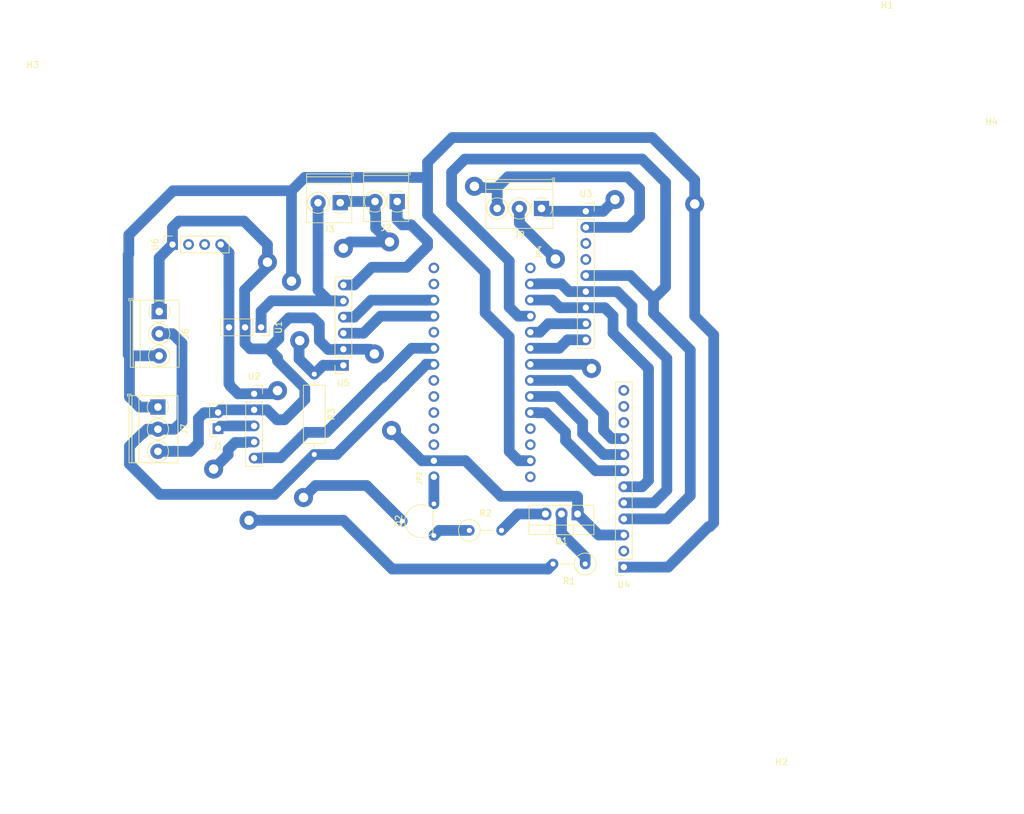
<source format=kicad_pcb>
(kicad_pcb (version 20171130) (host pcbnew 5.1.4-e60b266~84~ubuntu18.04.1)

  (general
    (thickness 1.6)
    (drawings 0)
    (tracks 296)
    (zones 0)
    (modules 23)
    (nets 25)
  )

  (page A4)
  (layers
    (0 Top signal)
    (1 Route2 signal)
    (2 Route15 signal)
    (31 Bottom signal)
    (32 B.Adhes user)
    (33 F.Adhes user)
    (34 B.Paste user)
    (35 F.Paste user)
    (36 B.SilkS user)
    (37 F.SilkS user)
    (38 B.Mask user)
    (39 F.Mask user)
    (40 Dwgs.User user)
    (41 Cmts.User user)
    (42 Eco1.User user)
    (43 Eco2.User user)
    (44 Edge.Cuts user)
    (45 Margin user)
    (46 B.CrtYd user)
    (47 F.CrtYd user)
    (48 B.Fab user)
    (49 F.Fab user)
  )

  (setup
    (last_trace_width 1.7)
    (user_trace_width 1.7)
    (user_trace_width 3)
    (trace_clearance 0.2)
    (zone_clearance 0.508)
    (zone_45_only no)
    (trace_min 0.2)
    (via_size 0.8)
    (via_drill 0.4)
    (via_min_size 0.4)
    (via_min_drill 0.3)
    (user_via 3 1.5)
    (uvia_size 0.3)
    (uvia_drill 0.1)
    (uvias_allowed no)
    (uvia_min_size 0.2)
    (uvia_min_drill 0.1)
    (edge_width 0.05)
    (segment_width 0.2)
    (pcb_text_width 0.3)
    (pcb_text_size 1.5 1.5)
    (mod_edge_width 0.12)
    (mod_text_size 1 1)
    (mod_text_width 0.15)
    (pad_size 1.524 1.524)
    (pad_drill 0.762)
    (pad_to_mask_clearance 0.051)
    (solder_mask_min_width 0.25)
    (aux_axis_origin 0 76.75)
    (visible_elements FFFFFF7F)
    (pcbplotparams
      (layerselection 0x01000_fffffff8)
      (usegerberextensions false)
      (usegerberattributes false)
      (usegerberadvancedattributes false)
      (creategerberjobfile false)
      (excludeedgelayer true)
      (linewidth 0.100000)
      (plotframeref false)
      (viasonmask false)
      (mode 1)
      (useauxorigin true)
      (hpglpennumber 1)
      (hpglpenspeed 20)
      (hpglpendiameter 15.000000)
      (psnegative false)
      (psa4output false)
      (plotreference false)
      (plotvalue false)
      (plotinvisibletext false)
      (padsonsilk false)
      (subtractmaskfromsilk false)
      (outputformat 1)
      (mirror false)
      (drillshape 0)
      (scaleselection 1)
      (outputdirectory "mill_v"))
  )

  (net 0 "")
  (net 1 GND)
  (net 2 MOSI)
  (net 3 MISO)
  (net 4 SCK)
  (net 5 +3V3)
  (net 6 "Net-(J1-Pad1)")
  (net 7 TIMER)
  (net 8 DONE)
  (net 9 LORA_RST)
  (net 10 LORA_CS)
  (net 11 "Net-(Q1-Pad2)")
  (net 12 "Net-(Q1-Pad3)")
  (net 13 5V_SWITCHED)
  (net 14 "Net-(Q2-Pad1)")
  (net 15 SOLAR_CONTROLLER)
  (net 16 12V_BATTERY)
  (net 17 D9)
  (net 18 SDA)
  (net 19 SCL)
  (net 20 E_RST)
  (net 21 E_BUSY)
  (net 22 E_CS)
  (net 23 5V_BUCK)
  (net 24 A3)

  (net_class Default "This is the default net class."
    (clearance 0.2)
    (trace_width 0.25)
    (via_dia 0.8)
    (via_drill 0.4)
    (uvia_dia 0.3)
    (uvia_drill 0.1)
    (add_net +3V3)
    (add_net 12V_BATTERY)
    (add_net 5V_BUCK)
    (add_net 5V_SWITCHED)
    (add_net A3)
    (add_net D9)
    (add_net DONE)
    (add_net E_BUSY)
    (add_net E_CS)
    (add_net E_RST)
    (add_net GND)
    (add_net LORA_CS)
    (add_net LORA_RST)
    (add_net MISO)
    (add_net MOSI)
    (add_net "Net-(J1-Pad1)")
    (add_net "Net-(Q1-Pad2)")
    (add_net "Net-(Q1-Pad3)")
    (add_net "Net-(Q2-Pad1)")
    (add_net SCK)
    (add_net SCL)
    (add_net SDA)
    (add_net SOLAR_CONTROLLER)
    (add_net TIMER)
  )

  (module Package_TO_SOT_THT:TO-92 (layer Top) (tedit 5DBC6CED) (tstamp 5DBDC793)
    (at 54.5 60.8 90)
    (descr "TO-92 leads molded, narrow, drill 0.75mm (see NXP sot054_po.pdf)")
    (tags "to-92 sc-43 sc-43a sot54 PA33 transistor")
    (path /5DBE12A5)
    (fp_text reference Q2 (at 1.27 -3.56 270) (layer F.SilkS)
      (effects (font (size 1 1) (thickness 0.15)))
    )
    (fp_text value Q_PNP_BCE (at 1.27 2.79 270) (layer F.Fab)
      (effects (font (size 1 1) (thickness 0.15)))
    )
    (fp_arc (start 1.27 0) (end 1.27 -2.6) (angle 135) (layer F.SilkS) (width 0.12))
    (fp_arc (start 1.27 0) (end 1.27 -2.48) (angle -135) (layer F.Fab) (width 0.1))
    (fp_arc (start 1.27 0) (end 1.27 -2.6) (angle -135) (layer F.SilkS) (width 0.12))
    (fp_arc (start 1.27 0) (end 1.27 -2.48) (angle 135) (layer F.Fab) (width 0.1))
    (fp_line (start 4 2.01) (end -1.46 2.01) (layer F.CrtYd) (width 0.05))
    (fp_line (start 4 2.01) (end 4 -2.73) (layer F.CrtYd) (width 0.05))
    (fp_line (start -1.46 -2.73) (end -1.46 2.01) (layer F.CrtYd) (width 0.05))
    (fp_line (start -1.46 -2.73) (end 4 -2.73) (layer F.CrtYd) (width 0.05))
    (fp_line (start -0.5 1.75) (end 3 1.75) (layer F.Fab) (width 0.1))
    (fp_line (start -0.53 1.85) (end 3.07 1.85) (layer F.SilkS) (width 0.12))
    (fp_text user %R (at 1.27 -3.56 270) (layer F.Fab)
      (effects (font (size 1 1) (thickness 0.15)))
    )
    (pad 1 thru_hole rect (at -1 2 180) (size 1.3 1.3) (drill 0.75) (layers *.Cu *.Mask)
      (net 14 "Net-(Q2-Pad1)"))
    (pad 3 thru_hole circle (at 4 2 180) (size 1.3 1.3) (drill 0.75) (layers *.Cu *.Mask)
      (net 13 5V_SWITCHED))
    (pad 2 thru_hole circle (at 1.27 -3 180) (size 1.3 1.3) (drill 0.75) (layers *.Cu *.Mask)
      (net 23 5V_BUCK))
    (model ${KISYS3DMOD}/Package_TO_SOT_THT.3dshapes/TO-92.wrl
      (at (xyz 0 0 0))
      (scale (xyz 1 1 1))
      (rotate (xyz 0 0 0))
    )
  )

  (module ib4:1X14_ROUND70 (layer Top) (tedit 0) (tstamp 5DA2F3C6)
    (at 56.4938 36.0154 90)
    (path /FA93C76E)
    (fp_text reference JP2 (at -17.8562 -1.8288 90) (layer F.SilkS)
      (effects (font (size 0.77216 0.77216) (thickness 0.138988)) (justify left bottom))
    )
    (fp_text value HEADER-1X14 (at -17.78 3.175 90) (layer F.Fab)
      (effects (font (size 0.38608 0.38608) (thickness 0.038608)) (justify left bottom))
    )
    (fp_poly (pts (xy 16.256 0.254) (xy 16.764 0.254) (xy 16.764 -0.254) (xy 16.256 -0.254)) (layer F.Fab) (width 0))
    (fp_poly (pts (xy 13.716 0.254) (xy 14.224 0.254) (xy 14.224 -0.254) (xy 13.716 -0.254)) (layer F.Fab) (width 0))
    (fp_poly (pts (xy 11.176 0.254) (xy 11.684 0.254) (xy 11.684 -0.254) (xy 11.176 -0.254)) (layer F.Fab) (width 0))
    (fp_poly (pts (xy 8.636 0.254) (xy 9.144 0.254) (xy 9.144 -0.254) (xy 8.636 -0.254)) (layer F.Fab) (width 0))
    (fp_poly (pts (xy 6.096 0.254) (xy 6.604 0.254) (xy 6.604 -0.254) (xy 6.096 -0.254)) (layer F.Fab) (width 0))
    (fp_poly (pts (xy -16.764 0.254) (xy -16.256 0.254) (xy -16.256 -0.254) (xy -16.764 -0.254)) (layer F.Fab) (width 0))
    (fp_poly (pts (xy -14.224 0.254) (xy -13.716 0.254) (xy -13.716 -0.254) (xy -14.224 -0.254)) (layer F.Fab) (width 0))
    (fp_poly (pts (xy -11.684 0.254) (xy -11.176 0.254) (xy -11.176 -0.254) (xy -11.684 -0.254)) (layer F.Fab) (width 0))
    (fp_poly (pts (xy -9.144 0.254) (xy -8.636 0.254) (xy -8.636 -0.254) (xy -9.144 -0.254)) (layer F.Fab) (width 0))
    (fp_poly (pts (xy -6.604 0.254) (xy -6.096 0.254) (xy -6.096 -0.254) (xy -6.604 -0.254)) (layer F.Fab) (width 0))
    (fp_poly (pts (xy -4.064 0.254) (xy -3.556 0.254) (xy -3.556 -0.254) (xy -4.064 -0.254)) (layer F.Fab) (width 0))
    (fp_poly (pts (xy -1.524 0.254) (xy -1.016 0.254) (xy -1.016 -0.254) (xy -1.524 -0.254)) (layer F.Fab) (width 0))
    (fp_poly (pts (xy 1.016 0.254) (xy 1.524 0.254) (xy 1.524 -0.254) (xy 1.016 -0.254)) (layer F.Fab) (width 0))
    (fp_poly (pts (xy 3.556 0.254) (xy 4.064 0.254) (xy 4.064 -0.254) (xy 3.556 -0.254)) (layer F.Fab) (width 0))
    (fp_line (start -17.78 -0.635) (end -17.78 0.635) (layer F.Fab) (width 0.2032))
    (pad 14 thru_hole circle (at 16.51 0 180) (size 1.6764 1.6764) (drill 1) (layers *.Cu *.Mask)
      (solder_mask_margin 0.0508))
    (pad 13 thru_hole circle (at 13.97 0 180) (size 1.6764 1.6764) (drill 1) (layers *.Cu *.Mask)
      (solder_mask_margin 0.0508))
    (pad 12 thru_hole circle (at 11.43 0 180) (size 1.6764 1.6764) (drill 1) (layers *.Cu *.Mask)
      (net 18 SDA) (solder_mask_margin 0.0508))
    (pad 11 thru_hole circle (at 8.89 0 180) (size 1.6764 1.6764) (drill 1) (layers *.Cu *.Mask)
      (net 19 SCL) (solder_mask_margin 0.0508))
    (pad 10 thru_hole circle (at 6.35 0 180) (size 1.6764 1.6764) (drill 1) (layers *.Cu *.Mask)
      (solder_mask_margin 0.0508))
    (pad 9 thru_hole circle (at 3.81 0 180) (size 1.6764 1.6764) (drill 1) (layers *.Cu *.Mask)
      (net 8 DONE) (solder_mask_margin 0.0508))
    (pad 8 thru_hole circle (at 1.27 0 180) (size 1.6764 1.6764) (drill 1) (layers *.Cu *.Mask)
      (net 17 D9) (solder_mask_margin 0.0508))
    (pad 7 thru_hole circle (at -1.27 0 180) (size 1.6764 1.6764) (drill 1) (layers *.Cu *.Mask)
      (solder_mask_margin 0.0508))
    (pad 6 thru_hole circle (at -3.81 0 180) (size 1.6764 1.6764) (drill 1) (layers *.Cu *.Mask)
      (solder_mask_margin 0.0508))
    (pad 5 thru_hole circle (at -6.35 0 180) (size 1.6764 1.6764) (drill 1) (layers *.Cu *.Mask)
      (solder_mask_margin 0.0508))
    (pad 4 thru_hole circle (at -8.89 0 180) (size 1.6764 1.6764) (drill 1) (layers *.Cu *.Mask)
      (solder_mask_margin 0.0508))
    (pad 3 thru_hole circle (at -11.43 0 180) (size 1.6764 1.6764) (drill 1) (layers *.Cu *.Mask)
      (solder_mask_margin 0.0508))
    (pad 2 thru_hole circle (at -13.97 0 180) (size 1.6764 1.6764) (drill 1) (layers *.Cu *.Mask)
      (net 1 GND) (solder_mask_margin 0.0508))
    (pad 1 thru_hole circle (at -16.51 0 180) (size 1.6764 1.6764) (drill 1) (layers *.Cu *.Mask)
      (net 13 5V_SWITCHED) (solder_mask_margin 0.0508))
  )

  (module ib4:1X14_ROUND70 (layer Top) (tedit 0) (tstamp 5DA2F426)
    (at 71.7338 36.0154 270)
    (path /47274FB3)
    (fp_text reference JP4 (at -17.8562 -1.8288 90) (layer F.SilkS)
      (effects (font (size 0.77216 0.77216) (thickness 0.138988)) (justify left bottom))
    )
    (fp_text value HEADER-1X14 (at -17.78 3.175 90) (layer F.Fab)
      (effects (font (size 0.38608 0.38608) (thickness 0.038608)) (justify left bottom))
    )
    (fp_poly (pts (xy 16.256 0.254) (xy 16.764 0.254) (xy 16.764 -0.254) (xy 16.256 -0.254)) (layer F.Fab) (width 0))
    (fp_poly (pts (xy 13.716 0.254) (xy 14.224 0.254) (xy 14.224 -0.254) (xy 13.716 -0.254)) (layer F.Fab) (width 0))
    (fp_poly (pts (xy 11.176 0.254) (xy 11.684 0.254) (xy 11.684 -0.254) (xy 11.176 -0.254)) (layer F.Fab) (width 0))
    (fp_poly (pts (xy 8.636 0.254) (xy 9.144 0.254) (xy 9.144 -0.254) (xy 8.636 -0.254)) (layer F.Fab) (width 0))
    (fp_poly (pts (xy 6.096 0.254) (xy 6.604 0.254) (xy 6.604 -0.254) (xy 6.096 -0.254)) (layer F.Fab) (width 0))
    (fp_poly (pts (xy -16.764 0.254) (xy -16.256 0.254) (xy -16.256 -0.254) (xy -16.764 -0.254)) (layer F.Fab) (width 0))
    (fp_poly (pts (xy -14.224 0.254) (xy -13.716 0.254) (xy -13.716 -0.254) (xy -14.224 -0.254)) (layer F.Fab) (width 0))
    (fp_poly (pts (xy -11.684 0.254) (xy -11.176 0.254) (xy -11.176 -0.254) (xy -11.684 -0.254)) (layer F.Fab) (width 0))
    (fp_poly (pts (xy -9.144 0.254) (xy -8.636 0.254) (xy -8.636 -0.254) (xy -9.144 -0.254)) (layer F.Fab) (width 0))
    (fp_poly (pts (xy -6.604 0.254) (xy -6.096 0.254) (xy -6.096 -0.254) (xy -6.604 -0.254)) (layer F.Fab) (width 0))
    (fp_poly (pts (xy -4.064 0.254) (xy -3.556 0.254) (xy -3.556 -0.254) (xy -4.064 -0.254)) (layer F.Fab) (width 0))
    (fp_poly (pts (xy -1.524 0.254) (xy -1.016 0.254) (xy -1.016 -0.254) (xy -1.524 -0.254)) (layer F.Fab) (width 0))
    (fp_poly (pts (xy 1.016 0.254) (xy 1.524 0.254) (xy 1.524 -0.254) (xy 1.016 -0.254)) (layer F.Fab) (width 0))
    (fp_poly (pts (xy 3.556 0.254) (xy 4.064 0.254) (xy 4.064 -0.254) (xy 3.556 -0.254)) (layer F.Fab) (width 0))
    (fp_line (start -17.78 -0.635) (end -17.78 0.635) (layer F.Fab) (width 0.2032))
    (pad 14 thru_hole circle (at 16.51 0) (size 1.6764 1.6764) (drill 1) (layers *.Cu *.Mask)
      (solder_mask_margin 0.0508))
    (pad 13 thru_hole circle (at 13.97 0) (size 1.6764 1.6764) (drill 1) (layers *.Cu *.Mask)
      (net 5 +3V3) (solder_mask_margin 0.0508))
    (pad 12 thru_hole circle (at 11.43 0) (size 1.6764 1.6764) (drill 1) (layers *.Cu *.Mask)
      (solder_mask_margin 0.0508))
    (pad 11 thru_hole circle (at 8.89 0) (size 1.6764 1.6764) (drill 1) (layers *.Cu *.Mask)
      (solder_mask_margin 0.0508))
    (pad 10 thru_hole circle (at 6.35 0) (size 1.6764 1.6764) (drill 1) (layers *.Cu *.Mask)
      (net 22 E_CS) (solder_mask_margin 0.0508))
    (pad 9 thru_hole circle (at 3.81 0) (size 1.6764 1.6764) (drill 1) (layers *.Cu *.Mask)
      (net 21 E_BUSY) (solder_mask_margin 0.0508))
    (pad 8 thru_hole circle (at 1.27 0) (size 1.6764 1.6764) (drill 1) (layers *.Cu *.Mask)
      (net 20 E_RST) (solder_mask_margin 0.0508))
    (pad 7 thru_hole circle (at -1.27 0) (size 1.6764 1.6764) (drill 1) (layers *.Cu *.Mask)
      (net 24 A3) (solder_mask_margin 0.0508))
    (pad 6 thru_hole circle (at -3.81 0) (size 1.6764 1.6764) (drill 1) (layers *.Cu *.Mask)
      (net 9 LORA_RST) (solder_mask_margin 0.0508))
    (pad 5 thru_hole circle (at -6.35 0) (size 1.6764 1.6764) (drill 1) (layers *.Cu *.Mask)
      (net 10 LORA_CS) (solder_mask_margin 0.0508))
    (pad 4 thru_hole circle (at -8.89 0) (size 1.6764 1.6764) (drill 1) (layers *.Cu *.Mask)
      (net 4 SCK) (solder_mask_margin 0.0508))
    (pad 3 thru_hole circle (at -11.43 0) (size 1.6764 1.6764) (drill 1) (layers *.Cu *.Mask)
      (net 2 MOSI) (solder_mask_margin 0.0508))
    (pad 2 thru_hole circle (at -13.97 0) (size 1.6764 1.6764) (drill 1) (layers *.Cu *.Mask)
      (net 3 MISO) (solder_mask_margin 0.0508))
    (pad 1 thru_hole circle (at -16.51 0) (size 1.6764 1.6764) (drill 1) (layers *.Cu *.Mask)
      (solder_mask_margin 0.0508))
  )

  (module MountingHole:MountingHole_2.7mm_M2.5 (layer Top) (tedit 56D1B4CB) (tstamp 5DBCCBB8)
    (at 128.1 -18.3)
    (descr "Mounting Hole 2.7mm, no annular, M2.5")
    (tags "mounting hole 2.7mm no annular m2.5")
    (path /5D99EBDD)
    (attr virtual)
    (fp_text reference H1 (at 0 -3.7) (layer F.SilkS)
      (effects (font (size 1 1) (thickness 0.15)))
    )
    (fp_text value MountingHole (at 0 3.7) (layer F.Fab)
      (effects (font (size 1 1) (thickness 0.15)))
    )
    (fp_circle (center 0 0) (end 2.95 0) (layer F.CrtYd) (width 0.05))
    (fp_circle (center 0 0) (end 2.7 0) (layer Cmts.User) (width 0.15))
    (fp_text user %R (at 0.3 0) (layer F.Fab)
      (effects (font (size 1 1) (thickness 0.15)))
    )
    (pad 1 np_thru_hole circle (at 0 0) (size 2.7 2.7) (drill 2.7) (layers *.Cu *.Mask))
  )

  (module MountingHole:MountingHole_2.7mm_M2.5 (layer Top) (tedit 56D1B4CB) (tstamp 5DBDCCDD)
    (at 111.4 101.3)
    (descr "Mounting Hole 2.7mm, no annular, M2.5")
    (tags "mounting hole 2.7mm no annular m2.5")
    (path /5D99FC38)
    (attr virtual)
    (fp_text reference H2 (at 0 -3.7) (layer F.SilkS)
      (effects (font (size 1 1) (thickness 0.15)))
    )
    (fp_text value MountingHole (at 0 3.7) (layer F.Fab)
      (effects (font (size 1 1) (thickness 0.15)))
    )
    (fp_text user %R (at 0.3 0) (layer F.Fab)
      (effects (font (size 1 1) (thickness 0.15)))
    )
    (fp_circle (center 0 0) (end 2.7 0) (layer Cmts.User) (width 0.15))
    (fp_circle (center 0 0) (end 2.95 0) (layer F.CrtYd) (width 0.05))
    (pad 1 np_thru_hole circle (at 0 0) (size 2.7 2.7) (drill 2.7) (layers *.Cu *.Mask))
  )

  (module MountingHole:MountingHole_2.7mm_M2.5 (layer Top) (tedit 56D1B4CB) (tstamp 5DA3066C)
    (at -6.9 -8.9)
    (descr "Mounting Hole 2.7mm, no annular, M2.5")
    (tags "mounting hole 2.7mm no annular m2.5")
    (path /5D99FE70)
    (attr virtual)
    (fp_text reference H3 (at 0 -3.7) (layer F.SilkS)
      (effects (font (size 1 1) (thickness 0.15)))
    )
    (fp_text value MountingHole (at 0 3.7) (layer F.Fab)
      (effects (font (size 1 1) (thickness 0.15)))
    )
    (fp_text user %R (at -0.55 0.1) (layer F.Fab)
      (effects (font (size 1 1) (thickness 0.15)))
    )
    (fp_circle (center 0 0) (end 2.7 0) (layer Cmts.User) (width 0.15))
    (fp_circle (center 0 0) (end 2.95 0) (layer F.CrtYd) (width 0.05))
    (pad 1 np_thru_hole circle (at 0 0) (size 2.7 2.7) (drill 2.7) (layers *.Cu *.Mask))
  )

  (module MountingHole:MountingHole_2.7mm_M2.5 (layer Top) (tedit 56D1B4CB) (tstamp 5D926E57)
    (at 144.6 0.1)
    (descr "Mounting Hole 2.7mm, no annular, M2.5")
    (tags "mounting hole 2.7mm no annular m2.5")
    (path /5D99FFF4)
    (attr virtual)
    (fp_text reference H4 (at 0 -3.7) (layer F.SilkS)
      (effects (font (size 1 1) (thickness 0.15)))
    )
    (fp_text value MountingHole (at 0 3.7) (layer F.Fab)
      (effects (font (size 1 1) (thickness 0.15)))
    )
    (fp_text user %R (at 0.3 0) (layer F.Fab)
      (effects (font (size 1 1) (thickness 0.15)))
    )
    (fp_circle (center 0 0) (end 2.7 0) (layer Cmts.User) (width 0.15))
    (fp_circle (center 0 0) (end 2.95 0) (layer F.CrtYd) (width 0.05))
    (pad 1 np_thru_hole circle (at 0 0) (size 2.7 2.7) (drill 2.7) (layers *.Cu *.Mask))
  )

  (module Connector_PinSocket_2.54mm:PinSocket_1x02_P2.54mm_Vertical (layer Top) (tedit 5A19A420) (tstamp 5DBDD911)
    (at 22.4 44.9 180)
    (descr "Through hole straight socket strip, 1x02, 2.54mm pitch, single row (from Kicad 4.0.7), script generated")
    (tags "Through hole socket strip THT 1x02 2.54mm single row")
    (path /5DBD7C27)
    (fp_text reference J1 (at 0 -2.77) (layer F.SilkS)
      (effects (font (size 1 1) (thickness 0.15)))
    )
    (fp_text value Conn_01x02_Female (at 0 5.31) (layer F.Fab)
      (effects (font (size 1 1) (thickness 0.15)))
    )
    (fp_line (start -1.27 -1.27) (end 0.635 -1.27) (layer F.Fab) (width 0.1))
    (fp_line (start 0.635 -1.27) (end 1.27 -0.635) (layer F.Fab) (width 0.1))
    (fp_line (start 1.27 -0.635) (end 1.27 3.81) (layer F.Fab) (width 0.1))
    (fp_line (start 1.27 3.81) (end -1.27 3.81) (layer F.Fab) (width 0.1))
    (fp_line (start -1.27 3.81) (end -1.27 -1.27) (layer F.Fab) (width 0.1))
    (fp_line (start -1.33 1.27) (end 1.33 1.27) (layer F.SilkS) (width 0.12))
    (fp_line (start -1.33 1.27) (end -1.33 3.87) (layer F.SilkS) (width 0.12))
    (fp_line (start -1.33 3.87) (end 1.33 3.87) (layer F.SilkS) (width 0.12))
    (fp_line (start 1.33 1.27) (end 1.33 3.87) (layer F.SilkS) (width 0.12))
    (fp_line (start 1.33 -1.33) (end 1.33 0) (layer F.SilkS) (width 0.12))
    (fp_line (start 0 -1.33) (end 1.33 -1.33) (layer F.SilkS) (width 0.12))
    (fp_line (start -1.8 -1.8) (end 1.75 -1.8) (layer F.CrtYd) (width 0.05))
    (fp_line (start 1.75 -1.8) (end 1.75 4.3) (layer F.CrtYd) (width 0.05))
    (fp_line (start 1.75 4.3) (end -1.8 4.3) (layer F.CrtYd) (width 0.05))
    (fp_line (start -1.8 4.3) (end -1.8 -1.8) (layer F.CrtYd) (width 0.05))
    (fp_text user %R (at 0 1.27 90) (layer F.Fab)
      (effects (font (size 1 1) (thickness 0.15)))
    )
    (pad 1 thru_hole rect (at 0 0 180) (size 1.7 1.7) (drill 1) (layers *.Cu *.Mask)
      (net 6 "Net-(J1-Pad1)"))
    (pad 2 thru_hole oval (at 0 2.54 180) (size 1.7 1.7) (drill 1) (layers *.Cu *.Mask)
      (net 1 GND))
    (model ${KISYS3DMOD}/Connector_PinSocket_2.54mm.3dshapes/PinSocket_1x02_P2.54mm_Vertical.wrl
      (at (xyz 0 0 0))
      (scale (xyz 1 1 1))
      (rotate (xyz 0 0 0))
    )
  )

  (module TerminalBlock_Phoenix:TerminalBlock_Phoenix_PT-1,5-3-3.5-H_1x03_P3.50mm_Horizontal (layer Top) (tedit 5B294F3F) (tstamp 5DBDDAB3)
    (at 13.1 26.4 270)
    (descr "Terminal Block Phoenix PT-1,5-3-3.5-H, 3 pins, pitch 3.5mm, size 10.5x7.6mm^2, drill diamater 1.2mm, pad diameter 2.4mm, see , script-generated using https://github.com/pointhi/kicad-footprint-generator/scripts/TerminalBlock_Phoenix")
    (tags "THT Terminal Block Phoenix PT-1,5-3-3.5-H pitch 3.5mm size 10.5x7.6mm^2 drill 1.2mm pad 2.4mm")
    (path /5DC8DC36)
    (fp_text reference J6 (at 3.5 -4.16 90) (layer F.SilkS)
      (effects (font (size 1 1) (thickness 0.15)))
    )
    (fp_text value Screw_Terminal_01x03 (at 3.5 5.56 90) (layer F.Fab)
      (effects (font (size 1 1) (thickness 0.15)))
    )
    (fp_arc (start 0 0) (end 0 1.68) (angle -32) (layer F.SilkS) (width 0.12))
    (fp_arc (start 0 0) (end 1.425 0.891) (angle -64) (layer F.SilkS) (width 0.12))
    (fp_arc (start 0 0) (end 0.866 -1.44) (angle -63) (layer F.SilkS) (width 0.12))
    (fp_arc (start 0 0) (end -1.44 -0.866) (angle -63) (layer F.SilkS) (width 0.12))
    (fp_arc (start 0 0) (end -0.866 1.44) (angle -32) (layer F.SilkS) (width 0.12))
    (fp_circle (center 0 0) (end 1.5 0) (layer F.Fab) (width 0.1))
    (fp_circle (center 3.5 0) (end 5 0) (layer F.Fab) (width 0.1))
    (fp_circle (center 3.5 0) (end 5.18 0) (layer F.SilkS) (width 0.12))
    (fp_circle (center 7 0) (end 8.5 0) (layer F.Fab) (width 0.1))
    (fp_circle (center 7 0) (end 8.68 0) (layer F.SilkS) (width 0.12))
    (fp_line (start -1.75 -3.1) (end 8.75 -3.1) (layer F.Fab) (width 0.1))
    (fp_line (start 8.75 -3.1) (end 8.75 4.5) (layer F.Fab) (width 0.1))
    (fp_line (start 8.75 4.5) (end -1.35 4.5) (layer F.Fab) (width 0.1))
    (fp_line (start -1.35 4.5) (end -1.75 4.1) (layer F.Fab) (width 0.1))
    (fp_line (start -1.75 4.1) (end -1.75 -3.1) (layer F.Fab) (width 0.1))
    (fp_line (start -1.75 4.1) (end 8.75 4.1) (layer F.Fab) (width 0.1))
    (fp_line (start -1.81 4.1) (end 8.81 4.1) (layer F.SilkS) (width 0.12))
    (fp_line (start -1.75 3) (end 8.75 3) (layer F.Fab) (width 0.1))
    (fp_line (start -1.81 3) (end 8.81 3) (layer F.SilkS) (width 0.12))
    (fp_line (start -1.81 -3.16) (end 8.81 -3.16) (layer F.SilkS) (width 0.12))
    (fp_line (start -1.81 4.56) (end 8.81 4.56) (layer F.SilkS) (width 0.12))
    (fp_line (start -1.81 -3.16) (end -1.81 4.56) (layer F.SilkS) (width 0.12))
    (fp_line (start 8.81 -3.16) (end 8.81 4.56) (layer F.SilkS) (width 0.12))
    (fp_line (start 1.138 -0.955) (end -0.955 1.138) (layer F.Fab) (width 0.1))
    (fp_line (start 0.955 -1.138) (end -1.138 0.955) (layer F.Fab) (width 0.1))
    (fp_line (start 4.638 -0.955) (end 2.546 1.138) (layer F.Fab) (width 0.1))
    (fp_line (start 4.455 -1.138) (end 2.363 0.955) (layer F.Fab) (width 0.1))
    (fp_line (start 4.775 -1.069) (end 4.646 -0.941) (layer F.SilkS) (width 0.12))
    (fp_line (start 2.525 1.181) (end 2.431 1.274) (layer F.SilkS) (width 0.12))
    (fp_line (start 4.57 -1.275) (end 4.476 -1.181) (layer F.SilkS) (width 0.12))
    (fp_line (start 2.355 0.941) (end 2.226 1.069) (layer F.SilkS) (width 0.12))
    (fp_line (start 8.138 -0.955) (end 6.046 1.138) (layer F.Fab) (width 0.1))
    (fp_line (start 7.955 -1.138) (end 5.863 0.955) (layer F.Fab) (width 0.1))
    (fp_line (start 8.275 -1.069) (end 8.146 -0.941) (layer F.SilkS) (width 0.12))
    (fp_line (start 6.025 1.181) (end 5.931 1.274) (layer F.SilkS) (width 0.12))
    (fp_line (start 8.07 -1.275) (end 7.976 -1.181) (layer F.SilkS) (width 0.12))
    (fp_line (start 5.855 0.941) (end 5.726 1.069) (layer F.SilkS) (width 0.12))
    (fp_line (start -2.05 4.16) (end -2.05 4.8) (layer F.SilkS) (width 0.12))
    (fp_line (start -2.05 4.8) (end -1.65 4.8) (layer F.SilkS) (width 0.12))
    (fp_line (start -2.25 -3.6) (end -2.25 5) (layer F.CrtYd) (width 0.05))
    (fp_line (start -2.25 5) (end 9.25 5) (layer F.CrtYd) (width 0.05))
    (fp_line (start 9.25 5) (end 9.25 -3.6) (layer F.CrtYd) (width 0.05))
    (fp_line (start 9.25 -3.6) (end -2.25 -3.6) (layer F.CrtYd) (width 0.05))
    (fp_text user %R (at 3.5 2.4 90) (layer F.Fab)
      (effects (font (size 1 1) (thickness 0.15)))
    )
    (pad 1 thru_hole rect (at 0 0 270) (size 2.4 2.4) (drill 1.2) (layers *.Cu *.Mask)
      (net 1 GND))
    (pad 2 thru_hole circle (at 3.5 0 270) (size 2.4 2.4) (drill 1.2) (layers *.Cu *.Mask)
      (net 17 D9))
    (pad 3 thru_hole circle (at 7 0 270) (size 2.4 2.4) (drill 1.2) (layers *.Cu *.Mask)
      (net 5 +3V3))
    (model ${KISYS3DMOD}/TerminalBlock_Phoenix.3dshapes/TerminalBlock_Phoenix_PT-1,5-3-3.5-H_1x03_P3.50mm_Horizontal.wrl
      (at (xyz 0 0 0))
      (scale (xyz 1 1 1))
      (rotate (xyz 0 0 0))
    )
  )

  (module TerminalBlock_Phoenix:TerminalBlock_Phoenix_PT-1,5-3-3.5-H_1x03_P3.50mm_Horizontal (layer Top) (tedit 5B294F3F) (tstamp 5DBCAFDA)
    (at 12.9 41.5 270)
    (descr "Terminal Block Phoenix PT-1,5-3-3.5-H, 3 pins, pitch 3.5mm, size 10.5x7.6mm^2, drill diamater 1.2mm, pad diameter 2.4mm, see , script-generated using https://github.com/pointhi/kicad-footprint-generator/scripts/TerminalBlock_Phoenix")
    (tags "THT Terminal Block Phoenix PT-1,5-3-3.5-H pitch 3.5mm size 10.5x7.6mm^2 drill 1.2mm pad 2.4mm")
    (path /5DC8F0B0)
    (fp_text reference J7 (at 3.5 -4.16 90) (layer F.SilkS)
      (effects (font (size 1 1) (thickness 0.15)))
    )
    (fp_text value Screw_Terminal_01x03 (at 3.5 5.56 90) (layer F.Fab)
      (effects (font (size 1 1) (thickness 0.15)))
    )
    (fp_text user %R (at 3.5 2.4 90) (layer F.Fab)
      (effects (font (size 1 1) (thickness 0.15)))
    )
    (fp_line (start 9.25 -3.6) (end -2.25 -3.6) (layer F.CrtYd) (width 0.05))
    (fp_line (start 9.25 5) (end 9.25 -3.6) (layer F.CrtYd) (width 0.05))
    (fp_line (start -2.25 5) (end 9.25 5) (layer F.CrtYd) (width 0.05))
    (fp_line (start -2.25 -3.6) (end -2.25 5) (layer F.CrtYd) (width 0.05))
    (fp_line (start -2.05 4.8) (end -1.65 4.8) (layer F.SilkS) (width 0.12))
    (fp_line (start -2.05 4.16) (end -2.05 4.8) (layer F.SilkS) (width 0.12))
    (fp_line (start 5.855 0.941) (end 5.726 1.069) (layer F.SilkS) (width 0.12))
    (fp_line (start 8.07 -1.275) (end 7.976 -1.181) (layer F.SilkS) (width 0.12))
    (fp_line (start 6.025 1.181) (end 5.931 1.274) (layer F.SilkS) (width 0.12))
    (fp_line (start 8.275 -1.069) (end 8.146 -0.941) (layer F.SilkS) (width 0.12))
    (fp_line (start 7.955 -1.138) (end 5.863 0.955) (layer F.Fab) (width 0.1))
    (fp_line (start 8.138 -0.955) (end 6.046 1.138) (layer F.Fab) (width 0.1))
    (fp_line (start 2.355 0.941) (end 2.226 1.069) (layer F.SilkS) (width 0.12))
    (fp_line (start 4.57 -1.275) (end 4.476 -1.181) (layer F.SilkS) (width 0.12))
    (fp_line (start 2.525 1.181) (end 2.431 1.274) (layer F.SilkS) (width 0.12))
    (fp_line (start 4.775 -1.069) (end 4.646 -0.941) (layer F.SilkS) (width 0.12))
    (fp_line (start 4.455 -1.138) (end 2.363 0.955) (layer F.Fab) (width 0.1))
    (fp_line (start 4.638 -0.955) (end 2.546 1.138) (layer F.Fab) (width 0.1))
    (fp_line (start 0.955 -1.138) (end -1.138 0.955) (layer F.Fab) (width 0.1))
    (fp_line (start 1.138 -0.955) (end -0.955 1.138) (layer F.Fab) (width 0.1))
    (fp_line (start 8.81 -3.16) (end 8.81 4.56) (layer F.SilkS) (width 0.12))
    (fp_line (start -1.81 -3.16) (end -1.81 4.56) (layer F.SilkS) (width 0.12))
    (fp_line (start -1.81 4.56) (end 8.81 4.56) (layer F.SilkS) (width 0.12))
    (fp_line (start -1.81 -3.16) (end 8.81 -3.16) (layer F.SilkS) (width 0.12))
    (fp_line (start -1.81 3) (end 8.81 3) (layer F.SilkS) (width 0.12))
    (fp_line (start -1.75 3) (end 8.75 3) (layer F.Fab) (width 0.1))
    (fp_line (start -1.81 4.1) (end 8.81 4.1) (layer F.SilkS) (width 0.12))
    (fp_line (start -1.75 4.1) (end 8.75 4.1) (layer F.Fab) (width 0.1))
    (fp_line (start -1.75 4.1) (end -1.75 -3.1) (layer F.Fab) (width 0.1))
    (fp_line (start -1.35 4.5) (end -1.75 4.1) (layer F.Fab) (width 0.1))
    (fp_line (start 8.75 4.5) (end -1.35 4.5) (layer F.Fab) (width 0.1))
    (fp_line (start 8.75 -3.1) (end 8.75 4.5) (layer F.Fab) (width 0.1))
    (fp_line (start -1.75 -3.1) (end 8.75 -3.1) (layer F.Fab) (width 0.1))
    (fp_circle (center 7 0) (end 8.68 0) (layer F.SilkS) (width 0.12))
    (fp_circle (center 7 0) (end 8.5 0) (layer F.Fab) (width 0.1))
    (fp_circle (center 3.5 0) (end 5.18 0) (layer F.SilkS) (width 0.12))
    (fp_circle (center 3.5 0) (end 5 0) (layer F.Fab) (width 0.1))
    (fp_circle (center 0 0) (end 1.5 0) (layer F.Fab) (width 0.1))
    (fp_arc (start 0 0) (end -0.866 1.44) (angle -32) (layer F.SilkS) (width 0.12))
    (fp_arc (start 0 0) (end -1.44 -0.866) (angle -63) (layer F.SilkS) (width 0.12))
    (fp_arc (start 0 0) (end 0.866 -1.44) (angle -63) (layer F.SilkS) (width 0.12))
    (fp_arc (start 0 0) (end 1.425 0.891) (angle -64) (layer F.SilkS) (width 0.12))
    (fp_arc (start 0 0) (end 0 1.68) (angle -32) (layer F.SilkS) (width 0.12))
    (pad 3 thru_hole circle (at 7 0 270) (size 2.4 2.4) (drill 1.2) (layers *.Cu *.Mask)
      (net 1 GND))
    (pad 2 thru_hole circle (at 3.5 0 270) (size 2.4 2.4) (drill 1.2) (layers *.Cu *.Mask)
      (net 17 D9))
    (pad 1 thru_hole rect (at 0 0 270) (size 2.4 2.4) (drill 1.2) (layers *.Cu *.Mask)
      (net 5 +3V3))
    (model ${KISYS3DMOD}/TerminalBlock_Phoenix.3dshapes/TerminalBlock_Phoenix_PT-1,5-3-3.5-H_1x03_P3.50mm_Horizontal.wrl
      (at (xyz 0 0 0))
      (scale (xyz 1 1 1))
      (rotate (xyz 0 0 0))
    )
  )

  (module TerminalBlock_Phoenix:TerminalBlock_Phoenix_PT-1,5-3-3.5-H_1x03_P3.50mm_Horizontal (layer Top) (tedit 5B294F3F) (tstamp 5DBCD3FC)
    (at 73.5 10.1 180)
    (descr "Terminal Block Phoenix PT-1,5-3-3.5-H, 3 pins, pitch 3.5mm, size 10.5x7.6mm^2, drill diamater 1.2mm, pad diameter 2.4mm, see , script-generated using https://github.com/pointhi/kicad-footprint-generator/scripts/TerminalBlock_Phoenix")
    (tags "THT Terminal Block Phoenix PT-1,5-3-3.5-H pitch 3.5mm size 10.5x7.6mm^2 drill 1.2mm pad 2.4mm")
    (path /5DC5743A)
    (fp_text reference J9 (at 3.5 -4.16) (layer F.SilkS)
      (effects (font (size 1 1) (thickness 0.15)))
    )
    (fp_text value Screw_Terminal_01x03 (at 3.5 5.56) (layer F.Fab)
      (effects (font (size 1 1) (thickness 0.15)))
    )
    (fp_text user %R (at 3.5 2.4) (layer F.Fab)
      (effects (font (size 1 1) (thickness 0.15)))
    )
    (fp_line (start 9.25 -3.6) (end -2.25 -3.6) (layer F.CrtYd) (width 0.05))
    (fp_line (start 9.25 5) (end 9.25 -3.6) (layer F.CrtYd) (width 0.05))
    (fp_line (start -2.25 5) (end 9.25 5) (layer F.CrtYd) (width 0.05))
    (fp_line (start -2.25 -3.6) (end -2.25 5) (layer F.CrtYd) (width 0.05))
    (fp_line (start -2.05 4.8) (end -1.65 4.8) (layer F.SilkS) (width 0.12))
    (fp_line (start -2.05 4.16) (end -2.05 4.8) (layer F.SilkS) (width 0.12))
    (fp_line (start 5.855 0.941) (end 5.726 1.069) (layer F.SilkS) (width 0.12))
    (fp_line (start 8.07 -1.275) (end 7.976 -1.181) (layer F.SilkS) (width 0.12))
    (fp_line (start 6.025 1.181) (end 5.931 1.274) (layer F.SilkS) (width 0.12))
    (fp_line (start 8.275 -1.069) (end 8.146 -0.941) (layer F.SilkS) (width 0.12))
    (fp_line (start 7.955 -1.138) (end 5.863 0.955) (layer F.Fab) (width 0.1))
    (fp_line (start 8.138 -0.955) (end 6.046 1.138) (layer F.Fab) (width 0.1))
    (fp_line (start 2.355 0.941) (end 2.226 1.069) (layer F.SilkS) (width 0.12))
    (fp_line (start 4.57 -1.275) (end 4.476 -1.181) (layer F.SilkS) (width 0.12))
    (fp_line (start 2.525 1.181) (end 2.431 1.274) (layer F.SilkS) (width 0.12))
    (fp_line (start 4.775 -1.069) (end 4.646 -0.941) (layer F.SilkS) (width 0.12))
    (fp_line (start 4.455 -1.138) (end 2.363 0.955) (layer F.Fab) (width 0.1))
    (fp_line (start 4.638 -0.955) (end 2.546 1.138) (layer F.Fab) (width 0.1))
    (fp_line (start 0.955 -1.138) (end -1.138 0.955) (layer F.Fab) (width 0.1))
    (fp_line (start 1.138 -0.955) (end -0.955 1.138) (layer F.Fab) (width 0.1))
    (fp_line (start 8.81 -3.16) (end 8.81 4.56) (layer F.SilkS) (width 0.12))
    (fp_line (start -1.81 -3.16) (end -1.81 4.56) (layer F.SilkS) (width 0.12))
    (fp_line (start -1.81 4.56) (end 8.81 4.56) (layer F.SilkS) (width 0.12))
    (fp_line (start -1.81 -3.16) (end 8.81 -3.16) (layer F.SilkS) (width 0.12))
    (fp_line (start -1.81 3) (end 8.81 3) (layer F.SilkS) (width 0.12))
    (fp_line (start -1.75 3) (end 8.75 3) (layer F.Fab) (width 0.1))
    (fp_line (start -1.81 4.1) (end 8.81 4.1) (layer F.SilkS) (width 0.12))
    (fp_line (start -1.75 4.1) (end 8.75 4.1) (layer F.Fab) (width 0.1))
    (fp_line (start -1.75 4.1) (end -1.75 -3.1) (layer F.Fab) (width 0.1))
    (fp_line (start -1.35 4.5) (end -1.75 4.1) (layer F.Fab) (width 0.1))
    (fp_line (start 8.75 4.5) (end -1.35 4.5) (layer F.Fab) (width 0.1))
    (fp_line (start 8.75 -3.1) (end 8.75 4.5) (layer F.Fab) (width 0.1))
    (fp_line (start -1.75 -3.1) (end 8.75 -3.1) (layer F.Fab) (width 0.1))
    (fp_circle (center 7 0) (end 8.68 0) (layer F.SilkS) (width 0.12))
    (fp_circle (center 7 0) (end 8.5 0) (layer F.Fab) (width 0.1))
    (fp_circle (center 3.5 0) (end 5.18 0) (layer F.SilkS) (width 0.12))
    (fp_circle (center 3.5 0) (end 5 0) (layer F.Fab) (width 0.1))
    (fp_circle (center 0 0) (end 1.5 0) (layer F.Fab) (width 0.1))
    (fp_arc (start 0 0) (end -0.866 1.44) (angle -32) (layer F.SilkS) (width 0.12))
    (fp_arc (start 0 0) (end -1.44 -0.866) (angle -63) (layer F.SilkS) (width 0.12))
    (fp_arc (start 0 0) (end 0.866 -1.44) (angle -63) (layer F.SilkS) (width 0.12))
    (fp_arc (start 0 0) (end 1.425 0.891) (angle -64) (layer F.SilkS) (width 0.12))
    (fp_arc (start 0 0) (end 0 1.68) (angle -32) (layer F.SilkS) (width 0.12))
    (pad 3 thru_hole circle (at 7 0 180) (size 2.4 2.4) (drill 1.2) (layers *.Cu *.Mask)
      (net 1 GND))
    (pad 2 thru_hole circle (at 3.5 0 180) (size 2.4 2.4) (drill 1.2) (layers *.Cu *.Mask)
      (net 24 A3))
    (pad 1 thru_hole rect (at 0 0 180) (size 2.4 2.4) (drill 1.2) (layers *.Cu *.Mask)
      (net 5 +3V3))
    (model ${KISYS3DMOD}/TerminalBlock_Phoenix.3dshapes/TerminalBlock_Phoenix_PT-1,5-3-3.5-H_1x03_P3.50mm_Horizontal.wrl
      (at (xyz 0 0 0))
      (scale (xyz 1 1 1))
      (rotate (xyz 0 0 0))
    )
  )

  (module Package_TO_SOT_THT:TO-220-3_Vertical (layer Top) (tedit 5AC8BA0D) (tstamp 5DBDC706)
    (at 79.2 58.4 180)
    (descr "TO-220-3, Vertical, RM 2.54mm, see https://www.vishay.com/docs/66542/to-220-1.pdf")
    (tags "TO-220-3 Vertical RM 2.54mm")
    (path /5DBE059E)
    (fp_text reference Q1 (at 2.54 -4.27) (layer F.SilkS)
      (effects (font (size 1 1) (thickness 0.15)))
    )
    (fp_text value Q_NPN_EBC (at 2.54 2.5) (layer F.Fab)
      (effects (font (size 1 1) (thickness 0.15)))
    )
    (fp_line (start -2.46 -3.15) (end -2.46 1.25) (layer F.Fab) (width 0.1))
    (fp_line (start -2.46 1.25) (end 7.54 1.25) (layer F.Fab) (width 0.1))
    (fp_line (start 7.54 1.25) (end 7.54 -3.15) (layer F.Fab) (width 0.1))
    (fp_line (start 7.54 -3.15) (end -2.46 -3.15) (layer F.Fab) (width 0.1))
    (fp_line (start -2.46 -1.88) (end 7.54 -1.88) (layer F.Fab) (width 0.1))
    (fp_line (start 0.69 -3.15) (end 0.69 -1.88) (layer F.Fab) (width 0.1))
    (fp_line (start 4.39 -3.15) (end 4.39 -1.88) (layer F.Fab) (width 0.1))
    (fp_line (start -2.58 -3.27) (end 7.66 -3.27) (layer F.SilkS) (width 0.12))
    (fp_line (start -2.58 1.371) (end 7.66 1.371) (layer F.SilkS) (width 0.12))
    (fp_line (start -2.58 -3.27) (end -2.58 1.371) (layer F.SilkS) (width 0.12))
    (fp_line (start 7.66 -3.27) (end 7.66 1.371) (layer F.SilkS) (width 0.12))
    (fp_line (start -2.58 -1.76) (end 7.66 -1.76) (layer F.SilkS) (width 0.12))
    (fp_line (start 0.69 -3.27) (end 0.69 -1.76) (layer F.SilkS) (width 0.12))
    (fp_line (start 4.391 -3.27) (end 4.391 -1.76) (layer F.SilkS) (width 0.12))
    (fp_line (start -2.71 -3.4) (end -2.71 1.51) (layer F.CrtYd) (width 0.05))
    (fp_line (start -2.71 1.51) (end 7.79 1.51) (layer F.CrtYd) (width 0.05))
    (fp_line (start 7.79 1.51) (end 7.79 -3.4) (layer F.CrtYd) (width 0.05))
    (fp_line (start 7.79 -3.4) (end -2.71 -3.4) (layer F.CrtYd) (width 0.05))
    (fp_text user %R (at 2.54 -4.27) (layer F.Fab)
      (effects (font (size 1 1) (thickness 0.15)))
    )
    (pad 1 thru_hole rect (at 0 0 180) (size 1.905 2) (drill 1.1) (layers *.Cu *.Mask)
      (net 1 GND))
    (pad 2 thru_hole oval (at 2.54 0 180) (size 1.905 2) (drill 1.1) (layers *.Cu *.Mask)
      (net 11 "Net-(Q1-Pad2)"))
    (pad 3 thru_hole oval (at 5.08 0 180) (size 1.905 2) (drill 1.1) (layers *.Cu *.Mask)
      (net 12 "Net-(Q1-Pad3)"))
    (model ${KISYS3DMOD}/Package_TO_SOT_THT.3dshapes/TO-220-3_Vertical.wrl
      (at (xyz 0 0 0))
      (scale (xyz 1 1 1))
      (rotate (xyz 0 0 0))
    )
  )

  (module Resistor_THT:R_Axial_DIN0309_L9.0mm_D3.2mm_P5.08mm_Vertical (layer Top) (tedit 5AE5139B) (tstamp 5DBDC69E)
    (at 80.4 66.3 180)
    (descr "Resistor, Axial_DIN0309 series, Axial, Vertical, pin pitch=5.08mm, 0.5W = 1/2W, length*diameter=9*3.2mm^2, http://cdn-reichelt.de/documents/datenblatt/B400/1_4W%23YAG.pdf")
    (tags "Resistor Axial_DIN0309 series Axial Vertical pin pitch 5.08mm 0.5W = 1/2W length 9mm diameter 3.2mm")
    (path /5DBE8137)
    (fp_text reference R1 (at 2.54 -2.72) (layer F.SilkS)
      (effects (font (size 1 1) (thickness 0.15)))
    )
    (fp_text value R (at 2.54 2.72) (layer F.Fab)
      (effects (font (size 1 1) (thickness 0.15)))
    )
    (fp_circle (center 0 0) (end 1.6 0) (layer F.Fab) (width 0.1))
    (fp_circle (center 0 0) (end 1.72 0) (layer F.SilkS) (width 0.12))
    (fp_line (start 0 0) (end 5.08 0) (layer F.Fab) (width 0.1))
    (fp_line (start 1.72 0) (end 3.98 0) (layer F.SilkS) (width 0.12))
    (fp_line (start -1.85 -1.85) (end -1.85 1.85) (layer F.CrtYd) (width 0.05))
    (fp_line (start -1.85 1.85) (end 6.13 1.85) (layer F.CrtYd) (width 0.05))
    (fp_line (start 6.13 1.85) (end 6.13 -1.85) (layer F.CrtYd) (width 0.05))
    (fp_line (start 6.13 -1.85) (end -1.85 -1.85) (layer F.CrtYd) (width 0.05))
    (fp_text user %R (at 2.54 -2.72) (layer F.Fab)
      (effects (font (size 1 1) (thickness 0.15)))
    )
    (pad 1 thru_hole circle (at 0 0 180) (size 1.6 1.6) (drill 0.8) (layers *.Cu *.Mask)
      (net 11 "Net-(Q1-Pad2)"))
    (pad 2 thru_hole oval (at 5.08 0 180) (size 1.6 1.6) (drill 0.8) (layers *.Cu *.Mask)
      (net 7 TIMER))
    (model ${KISYS3DMOD}/Resistor_THT.3dshapes/R_Axial_DIN0309_L9.0mm_D3.2mm_P5.08mm_Vertical.wrl
      (at (xyz 0 0 0))
      (scale (xyz 1 1 1))
      (rotate (xyz 0 0 0))
    )
  )

  (module Resistor_THT:R_Axial_DIN0309_L9.0mm_D3.2mm_P5.08mm_Vertical (layer Top) (tedit 5AE5139B) (tstamp 5DBDC766)
    (at 62.1 61)
    (descr "Resistor, Axial_DIN0309 series, Axial, Vertical, pin pitch=5.08mm, 0.5W = 1/2W, length*diameter=9*3.2mm^2, http://cdn-reichelt.de/documents/datenblatt/B400/1_4W%23YAG.pdf")
    (tags "Resistor Axial_DIN0309 series Axial Vertical pin pitch 5.08mm 0.5W = 1/2W length 9mm diameter 3.2mm")
    (path /5DBE1A2E)
    (fp_text reference R2 (at 2.54 -2.72) (layer F.SilkS)
      (effects (font (size 1 1) (thickness 0.15)))
    )
    (fp_text value R (at 2.54 2.72) (layer F.Fab)
      (effects (font (size 1 1) (thickness 0.15)))
    )
    (fp_text user %R (at 2.54 -2.72) (layer F.Fab)
      (effects (font (size 1 1) (thickness 0.15)))
    )
    (fp_line (start 6.13 -1.85) (end -1.85 -1.85) (layer F.CrtYd) (width 0.05))
    (fp_line (start 6.13 1.85) (end 6.13 -1.85) (layer F.CrtYd) (width 0.05))
    (fp_line (start -1.85 1.85) (end 6.13 1.85) (layer F.CrtYd) (width 0.05))
    (fp_line (start -1.85 -1.85) (end -1.85 1.85) (layer F.CrtYd) (width 0.05))
    (fp_line (start 1.72 0) (end 3.98 0) (layer F.SilkS) (width 0.12))
    (fp_line (start 0 0) (end 5.08 0) (layer F.Fab) (width 0.1))
    (fp_circle (center 0 0) (end 1.72 0) (layer F.SilkS) (width 0.12))
    (fp_circle (center 0 0) (end 1.6 0) (layer F.Fab) (width 0.1))
    (pad 2 thru_hole oval (at 5.08 0) (size 1.6 1.6) (drill 0.8) (layers *.Cu *.Mask)
      (net 12 "Net-(Q1-Pad3)"))
    (pad 1 thru_hole circle (at 0 0) (size 1.6 1.6) (drill 0.8) (layers *.Cu *.Mask)
      (net 14 "Net-(Q2-Pad1)"))
    (model ${KISYS3DMOD}/Resistor_THT.3dshapes/R_Axial_DIN0309_L9.0mm_D3.2mm_P5.08mm_Vertical.wrl
      (at (xyz 0 0 0))
      (scale (xyz 1 1 1))
      (rotate (xyz 0 0 0))
    )
  )

  (module Connector_PinSocket_2.54mm:PinSocket_1x05_P2.54mm_Vertical (layer Top) (tedit 5A19A420) (tstamp 5DBCB0FF)
    (at 28.1 39.4)
    (descr "Through hole straight socket strip, 1x05, 2.54mm pitch, single row (from Kicad 4.0.7), script generated")
    (tags "Through hole socket strip THT 1x05 2.54mm single row")
    (path /5DBCD3E9)
    (fp_text reference U2 (at 0 -2.77) (layer F.SilkS)
      (effects (font (size 1 1) (thickness 0.15)))
    )
    (fp_text value tpl5110 (at 0 12.93) (layer F.Fab)
      (effects (font (size 1 1) (thickness 0.15)))
    )
    (fp_line (start -1.27 -1.27) (end 0.635 -1.27) (layer F.Fab) (width 0.1))
    (fp_line (start 0.635 -1.27) (end 1.27 -0.635) (layer F.Fab) (width 0.1))
    (fp_line (start 1.27 -0.635) (end 1.27 11.43) (layer F.Fab) (width 0.1))
    (fp_line (start 1.27 11.43) (end -1.27 11.43) (layer F.Fab) (width 0.1))
    (fp_line (start -1.27 11.43) (end -1.27 -1.27) (layer F.Fab) (width 0.1))
    (fp_line (start -1.33 1.27) (end 1.33 1.27) (layer F.SilkS) (width 0.12))
    (fp_line (start -1.33 1.27) (end -1.33 11.49) (layer F.SilkS) (width 0.12))
    (fp_line (start -1.33 11.49) (end 1.33 11.49) (layer F.SilkS) (width 0.12))
    (fp_line (start 1.33 1.27) (end 1.33 11.49) (layer F.SilkS) (width 0.12))
    (fp_line (start 1.33 -1.33) (end 1.33 0) (layer F.SilkS) (width 0.12))
    (fp_line (start 0 -1.33) (end 1.33 -1.33) (layer F.SilkS) (width 0.12))
    (fp_line (start -1.8 -1.8) (end 1.75 -1.8) (layer F.CrtYd) (width 0.05))
    (fp_line (start 1.75 -1.8) (end 1.75 11.9) (layer F.CrtYd) (width 0.05))
    (fp_line (start 1.75 11.9) (end -1.8 11.9) (layer F.CrtYd) (width 0.05))
    (fp_line (start -1.8 11.9) (end -1.8 -1.8) (layer F.CrtYd) (width 0.05))
    (fp_text user %R (at 0 5.08 90) (layer F.Fab)
      (effects (font (size 1 1) (thickness 0.15)))
    )
    (pad 1 thru_hole rect (at 0 0) (size 1.7 1.7) (drill 1) (layers *.Cu *.Mask)
      (net 23 5V_BUCK))
    (pad 2 thru_hole oval (at 0 2.54) (size 1.7 1.7) (drill 1) (layers *.Cu *.Mask)
      (net 1 GND))
    (pad 3 thru_hole oval (at 0 5.08) (size 1.7 1.7) (drill 1) (layers *.Cu *.Mask)
      (net 6 "Net-(J1-Pad1)"))
    (pad 4 thru_hole oval (at 0 7.62) (size 1.7 1.7) (drill 1) (layers *.Cu *.Mask)
      (net 7 TIMER))
    (pad 5 thru_hole oval (at 0 10.16) (size 1.7 1.7) (drill 1) (layers *.Cu *.Mask)
      (net 8 DONE))
    (model ${KISYS3DMOD}/Connector_PinSocket_2.54mm.3dshapes/PinSocket_1x05_P2.54mm_Vertical.wrl
      (at (xyz 0 0 0))
      (scale (xyz 1 1 1))
      (rotate (xyz 0 0 0))
    )
  )

  (module Connector_PinSocket_2.54mm:PinSocket_1x09_P2.54mm_Vertical (layer Top) (tedit 5A19A431) (tstamp 5DBCBD25)
    (at 80.5 10.55)
    (descr "Through hole straight socket strip, 1x09, 2.54mm pitch, single row (from Kicad 4.0.7), script generated")
    (tags "Through hole socket strip THT 1x09 2.54mm single row")
    (path /5DCB628E)
    (fp_text reference U3 (at 0 -2.77) (layer F.SilkS)
      (effects (font (size 1 1) (thickness 0.15)))
    )
    (fp_text value lora_breakout (at 0 23.09) (layer F.Fab)
      (effects (font (size 1 1) (thickness 0.15)))
    )
    (fp_line (start -1.27 -1.27) (end 0.635 -1.27) (layer F.Fab) (width 0.1))
    (fp_line (start 0.635 -1.27) (end 1.27 -0.635) (layer F.Fab) (width 0.1))
    (fp_line (start 1.27 -0.635) (end 1.27 21.59) (layer F.Fab) (width 0.1))
    (fp_line (start 1.27 21.59) (end -1.27 21.59) (layer F.Fab) (width 0.1))
    (fp_line (start -1.27 21.59) (end -1.27 -1.27) (layer F.Fab) (width 0.1))
    (fp_line (start -1.33 1.27) (end 1.33 1.27) (layer F.SilkS) (width 0.12))
    (fp_line (start -1.33 1.27) (end -1.33 21.65) (layer F.SilkS) (width 0.12))
    (fp_line (start -1.33 21.65) (end 1.33 21.65) (layer F.SilkS) (width 0.12))
    (fp_line (start 1.33 1.27) (end 1.33 21.65) (layer F.SilkS) (width 0.12))
    (fp_line (start 1.33 -1.33) (end 1.33 0) (layer F.SilkS) (width 0.12))
    (fp_line (start 0 -1.33) (end 1.33 -1.33) (layer F.SilkS) (width 0.12))
    (fp_line (start -1.8 -1.8) (end 1.75 -1.8) (layer F.CrtYd) (width 0.05))
    (fp_line (start 1.75 -1.8) (end 1.75 22.1) (layer F.CrtYd) (width 0.05))
    (fp_line (start 1.75 22.1) (end -1.8 22.1) (layer F.CrtYd) (width 0.05))
    (fp_line (start -1.8 22.1) (end -1.8 -1.8) (layer F.CrtYd) (width 0.05))
    (fp_text user %R (at 0 10.16 90) (layer F.Fab)
      (effects (font (size 1 1) (thickness 0.15)))
    )
    (pad 1 thru_hole rect (at 0 0) (size 1.7 1.7) (drill 1) (layers *.Cu *.Mask)
      (net 5 +3V3))
    (pad 2 thru_hole oval (at 0 2.54) (size 1.7 1.7) (drill 1) (layers *.Cu *.Mask)
      (net 1 GND))
    (pad 3 thru_hole oval (at 0 5.08) (size 1.7 1.7) (drill 1) (layers *.Cu *.Mask))
    (pad 4 thru_hole oval (at 0 7.62) (size 1.7 1.7) (drill 1) (layers *.Cu *.Mask))
    (pad 5 thru_hole oval (at 0 10.16) (size 1.7 1.7) (drill 1) (layers *.Cu *.Mask)
      (net 4 SCK))
    (pad 6 thru_hole oval (at 0 12.7) (size 1.7 1.7) (drill 1) (layers *.Cu *.Mask)
      (net 3 MISO))
    (pad 7 thru_hole oval (at 0 15.24) (size 1.7 1.7) (drill 1) (layers *.Cu *.Mask)
      (net 2 MOSI))
    (pad 8 thru_hole oval (at 0 17.78) (size 1.7 1.7) (drill 1) (layers *.Cu *.Mask)
      (net 10 LORA_CS))
    (pad 9 thru_hole oval (at 0 20.32) (size 1.7 1.7) (drill 1) (layers *.Cu *.Mask)
      (net 9 LORA_RST))
    (model ${KISYS3DMOD}/Connector_PinSocket_2.54mm.3dshapes/PinSocket_1x09_P2.54mm_Vertical.wrl
      (at (xyz 0 0 0))
      (scale (xyz 1 1 1))
      (rotate (xyz 0 0 0))
    )
  )

  (module TerminalBlock_Phoenix:TerminalBlock_Phoenix_PT-1,5-2-3.5-H_1x02_P3.50mm_Horizontal (layer Top) (tedit 5B294F3F) (tstamp 5DBDBF2C)
    (at 50.7 9 180)
    (descr "Terminal Block Phoenix PT-1,5-2-3.5-H, 2 pins, pitch 3.5mm, size 7x7.6mm^2, drill diamater 1.2mm, pad diameter 2.4mm, see , script-generated using https://github.com/pointhi/kicad-footprint-generator/scripts/TerminalBlock_Phoenix")
    (tags "THT Terminal Block Phoenix PT-1,5-2-3.5-H pitch 3.5mm size 7x7.6mm^2 drill 1.2mm pad 2.4mm")
    (path /5DCDA266)
    (fp_text reference J2 (at 1.75 -4.16) (layer F.SilkS)
      (effects (font (size 1 1) (thickness 0.15)))
    )
    (fp_text value Screw_Terminal_01x02 (at 1.75 5.56) (layer F.Fab)
      (effects (font (size 1 1) (thickness 0.15)))
    )
    (fp_text user %R (at 1.75 2.4) (layer F.Fab)
      (effects (font (size 1 1) (thickness 0.15)))
    )
    (fp_line (start 5.75 -3.6) (end -2.25 -3.6) (layer F.CrtYd) (width 0.05))
    (fp_line (start 5.75 5) (end 5.75 -3.6) (layer F.CrtYd) (width 0.05))
    (fp_line (start -2.25 5) (end 5.75 5) (layer F.CrtYd) (width 0.05))
    (fp_line (start -2.25 -3.6) (end -2.25 5) (layer F.CrtYd) (width 0.05))
    (fp_line (start -2.05 4.8) (end -1.65 4.8) (layer F.SilkS) (width 0.12))
    (fp_line (start -2.05 4.16) (end -2.05 4.8) (layer F.SilkS) (width 0.12))
    (fp_line (start 2.355 0.941) (end 2.226 1.069) (layer F.SilkS) (width 0.12))
    (fp_line (start 4.57 -1.275) (end 4.476 -1.181) (layer F.SilkS) (width 0.12))
    (fp_line (start 2.525 1.181) (end 2.431 1.274) (layer F.SilkS) (width 0.12))
    (fp_line (start 4.775 -1.069) (end 4.646 -0.941) (layer F.SilkS) (width 0.12))
    (fp_line (start 4.455 -1.138) (end 2.363 0.955) (layer F.Fab) (width 0.1))
    (fp_line (start 4.638 -0.955) (end 2.546 1.138) (layer F.Fab) (width 0.1))
    (fp_line (start 0.955 -1.138) (end -1.138 0.955) (layer F.Fab) (width 0.1))
    (fp_line (start 1.138 -0.955) (end -0.955 1.138) (layer F.Fab) (width 0.1))
    (fp_line (start 5.31 -3.16) (end 5.31 4.56) (layer F.SilkS) (width 0.12))
    (fp_line (start -1.81 -3.16) (end -1.81 4.56) (layer F.SilkS) (width 0.12))
    (fp_line (start -1.81 4.56) (end 5.31 4.56) (layer F.SilkS) (width 0.12))
    (fp_line (start -1.81 -3.16) (end 5.31 -3.16) (layer F.SilkS) (width 0.12))
    (fp_line (start -1.81 3) (end 5.31 3) (layer F.SilkS) (width 0.12))
    (fp_line (start -1.75 3) (end 5.25 3) (layer F.Fab) (width 0.1))
    (fp_line (start -1.81 4.1) (end 5.31 4.1) (layer F.SilkS) (width 0.12))
    (fp_line (start -1.75 4.1) (end 5.25 4.1) (layer F.Fab) (width 0.1))
    (fp_line (start -1.75 4.1) (end -1.75 -3.1) (layer F.Fab) (width 0.1))
    (fp_line (start -1.35 4.5) (end -1.75 4.1) (layer F.Fab) (width 0.1))
    (fp_line (start 5.25 4.5) (end -1.35 4.5) (layer F.Fab) (width 0.1))
    (fp_line (start 5.25 -3.1) (end 5.25 4.5) (layer F.Fab) (width 0.1))
    (fp_line (start -1.75 -3.1) (end 5.25 -3.1) (layer F.Fab) (width 0.1))
    (fp_circle (center 3.5 0) (end 5.18 0) (layer F.SilkS) (width 0.12))
    (fp_circle (center 3.5 0) (end 5 0) (layer F.Fab) (width 0.1))
    (fp_circle (center 0 0) (end 1.5 0) (layer F.Fab) (width 0.1))
    (fp_arc (start 0 0) (end -0.866 1.44) (angle -32) (layer F.SilkS) (width 0.12))
    (fp_arc (start 0 0) (end -1.44 -0.866) (angle -63) (layer F.SilkS) (width 0.12))
    (fp_arc (start 0 0) (end 0.866 -1.44) (angle -63) (layer F.SilkS) (width 0.12))
    (fp_arc (start 0 0) (end 1.425 0.891) (angle -64) (layer F.SilkS) (width 0.12))
    (fp_arc (start 0 0) (end 0 1.68) (angle -32) (layer F.SilkS) (width 0.12))
    (pad 2 thru_hole circle (at 3.5 0 180) (size 2.4 2.4) (drill 1.2) (layers *.Cu *.Mask)
      (net 1 GND))
    (pad 1 thru_hole rect (at 0 0 180) (size 2.4 2.4) (drill 1.2) (layers *.Cu *.Mask)
      (net 15 SOLAR_CONTROLLER))
    (model ${KISYS3DMOD}/TerminalBlock_Phoenix.3dshapes/TerminalBlock_Phoenix_PT-1,5-2-3.5-H_1x02_P3.50mm_Horizontal.wrl
      (at (xyz 0 0 0))
      (scale (xyz 1 1 1))
      (rotate (xyz 0 0 0))
    )
  )

  (module TerminalBlock_Phoenix:TerminalBlock_Phoenix_PT-1,5-2-3.5-H_1x02_P3.50mm_Horizontal (layer Top) (tedit 5B294F3F) (tstamp 5DBDC2D0)
    (at 41.7 9.2 180)
    (descr "Terminal Block Phoenix PT-1,5-2-3.5-H, 2 pins, pitch 3.5mm, size 7x7.6mm^2, drill diamater 1.2mm, pad diameter 2.4mm, see , script-generated using https://github.com/pointhi/kicad-footprint-generator/scripts/TerminalBlock_Phoenix")
    (tags "THT Terminal Block Phoenix PT-1,5-2-3.5-H pitch 3.5mm size 7x7.6mm^2 drill 1.2mm pad 2.4mm")
    (path /5DCDBC64)
    (fp_text reference J3 (at 1.75 -4.16) (layer F.SilkS)
      (effects (font (size 1 1) (thickness 0.15)))
    )
    (fp_text value Screw_Terminal_01x02 (at 1.75 5.56) (layer F.Fab)
      (effects (font (size 1 1) (thickness 0.15)))
    )
    (fp_arc (start 0 0) (end 0 1.68) (angle -32) (layer F.SilkS) (width 0.12))
    (fp_arc (start 0 0) (end 1.425 0.891) (angle -64) (layer F.SilkS) (width 0.12))
    (fp_arc (start 0 0) (end 0.866 -1.44) (angle -63) (layer F.SilkS) (width 0.12))
    (fp_arc (start 0 0) (end -1.44 -0.866) (angle -63) (layer F.SilkS) (width 0.12))
    (fp_arc (start 0 0) (end -0.866 1.44) (angle -32) (layer F.SilkS) (width 0.12))
    (fp_circle (center 0 0) (end 1.5 0) (layer F.Fab) (width 0.1))
    (fp_circle (center 3.5 0) (end 5 0) (layer F.Fab) (width 0.1))
    (fp_circle (center 3.5 0) (end 5.18 0) (layer F.SilkS) (width 0.12))
    (fp_line (start -1.75 -3.1) (end 5.25 -3.1) (layer F.Fab) (width 0.1))
    (fp_line (start 5.25 -3.1) (end 5.25 4.5) (layer F.Fab) (width 0.1))
    (fp_line (start 5.25 4.5) (end -1.35 4.5) (layer F.Fab) (width 0.1))
    (fp_line (start -1.35 4.5) (end -1.75 4.1) (layer F.Fab) (width 0.1))
    (fp_line (start -1.75 4.1) (end -1.75 -3.1) (layer F.Fab) (width 0.1))
    (fp_line (start -1.75 4.1) (end 5.25 4.1) (layer F.Fab) (width 0.1))
    (fp_line (start -1.81 4.1) (end 5.31 4.1) (layer F.SilkS) (width 0.12))
    (fp_line (start -1.75 3) (end 5.25 3) (layer F.Fab) (width 0.1))
    (fp_line (start -1.81 3) (end 5.31 3) (layer F.SilkS) (width 0.12))
    (fp_line (start -1.81 -3.16) (end 5.31 -3.16) (layer F.SilkS) (width 0.12))
    (fp_line (start -1.81 4.56) (end 5.31 4.56) (layer F.SilkS) (width 0.12))
    (fp_line (start -1.81 -3.16) (end -1.81 4.56) (layer F.SilkS) (width 0.12))
    (fp_line (start 5.31 -3.16) (end 5.31 4.56) (layer F.SilkS) (width 0.12))
    (fp_line (start 1.138 -0.955) (end -0.955 1.138) (layer F.Fab) (width 0.1))
    (fp_line (start 0.955 -1.138) (end -1.138 0.955) (layer F.Fab) (width 0.1))
    (fp_line (start 4.638 -0.955) (end 2.546 1.138) (layer F.Fab) (width 0.1))
    (fp_line (start 4.455 -1.138) (end 2.363 0.955) (layer F.Fab) (width 0.1))
    (fp_line (start 4.775 -1.069) (end 4.646 -0.941) (layer F.SilkS) (width 0.12))
    (fp_line (start 2.525 1.181) (end 2.431 1.274) (layer F.SilkS) (width 0.12))
    (fp_line (start 4.57 -1.275) (end 4.476 -1.181) (layer F.SilkS) (width 0.12))
    (fp_line (start 2.355 0.941) (end 2.226 1.069) (layer F.SilkS) (width 0.12))
    (fp_line (start -2.05 4.16) (end -2.05 4.8) (layer F.SilkS) (width 0.12))
    (fp_line (start -2.05 4.8) (end -1.65 4.8) (layer F.SilkS) (width 0.12))
    (fp_line (start -2.25 -3.6) (end -2.25 5) (layer F.CrtYd) (width 0.05))
    (fp_line (start -2.25 5) (end 5.75 5) (layer F.CrtYd) (width 0.05))
    (fp_line (start 5.75 5) (end 5.75 -3.6) (layer F.CrtYd) (width 0.05))
    (fp_line (start 5.75 -3.6) (end -2.25 -3.6) (layer F.CrtYd) (width 0.05))
    (fp_text user %R (at 1.75 2.4) (layer F.Fab)
      (effects (font (size 1 1) (thickness 0.15)))
    )
    (pad 1 thru_hole rect (at 0 0 180) (size 2.4 2.4) (drill 1.2) (layers *.Cu *.Mask)
      (net 1 GND))
    (pad 2 thru_hole circle (at 3.5 0 180) (size 2.4 2.4) (drill 1.2) (layers *.Cu *.Mask)
      (net 16 12V_BATTERY))
    (model ${KISYS3DMOD}/TerminalBlock_Phoenix.3dshapes/TerminalBlock_Phoenix_PT-1,5-2-3.5-H_1x02_P3.50mm_Horizontal.wrl
      (at (xyz 0 0 0))
      (scale (xyz 1 1 1))
      (rotate (xyz 0 0 0))
    )
  )

  (module Connector_PinSocket_2.54mm:PinSocket_1x03_P2.54mm_Vertical (layer Top) (tedit 5A19A429) (tstamp 5DBDBF6D)
    (at 29.2 28.9 270)
    (descr "Through hole straight socket strip, 1x03, 2.54mm pitch, single row (from Kicad 4.0.7), script generated")
    (tags "Through hole socket strip THT 1x03 2.54mm single row")
    (path /5DC2F75D)
    (fp_text reference U1 (at 0 -2.77 90) (layer F.SilkS)
      (effects (font (size 1 1) (thickness 0.15)))
    )
    (fp_text value DC-DC_5V_TSR_1-22450 (at 0 7.85 90) (layer F.Fab)
      (effects (font (size 1 1) (thickness 0.15)))
    )
    (fp_line (start -1.27 -1.27) (end 0.635 -1.27) (layer F.Fab) (width 0.1))
    (fp_line (start 0.635 -1.27) (end 1.27 -0.635) (layer F.Fab) (width 0.1))
    (fp_line (start 1.27 -0.635) (end 1.27 6.35) (layer F.Fab) (width 0.1))
    (fp_line (start 1.27 6.35) (end -1.27 6.35) (layer F.Fab) (width 0.1))
    (fp_line (start -1.27 6.35) (end -1.27 -1.27) (layer F.Fab) (width 0.1))
    (fp_line (start -1.33 1.27) (end 1.33 1.27) (layer F.SilkS) (width 0.12))
    (fp_line (start -1.33 1.27) (end -1.33 6.41) (layer F.SilkS) (width 0.12))
    (fp_line (start -1.33 6.41) (end 1.33 6.41) (layer F.SilkS) (width 0.12))
    (fp_line (start 1.33 1.27) (end 1.33 6.41) (layer F.SilkS) (width 0.12))
    (fp_line (start 1.33 -1.33) (end 1.33 0) (layer F.SilkS) (width 0.12))
    (fp_line (start 0 -1.33) (end 1.33 -1.33) (layer F.SilkS) (width 0.12))
    (fp_line (start -1.8 -1.8) (end 1.75 -1.8) (layer F.CrtYd) (width 0.05))
    (fp_line (start 1.75 -1.8) (end 1.75 6.85) (layer F.CrtYd) (width 0.05))
    (fp_line (start 1.75 6.85) (end -1.8 6.85) (layer F.CrtYd) (width 0.05))
    (fp_line (start -1.8 6.85) (end -1.8 -1.8) (layer F.CrtYd) (width 0.05))
    (fp_text user %R (at 0 2.54) (layer F.Fab)
      (effects (font (size 1 1) (thickness 0.15)))
    )
    (pad 1 thru_hole rect (at 0 0 270) (size 1.7 1.7) (drill 1) (layers *.Cu *.Mask)
      (net 16 12V_BATTERY))
    (pad 2 thru_hole oval (at 0 2.54 270) (size 1.7 1.7) (drill 1) (layers *.Cu *.Mask)
      (net 1 GND))
    (pad 3 thru_hole oval (at 0 5.08 270) (size 1.7 1.7) (drill 1) (layers *.Cu *.Mask)
      (net 23 5V_BUCK))
    (model ${KISYS3DMOD}/Connector_PinSocket_2.54mm.3dshapes/PinSocket_1x03_P2.54mm_Vertical.wrl
      (at (xyz 0 0 0))
      (scale (xyz 1 1 1))
      (rotate (xyz 0 0 0))
    )
  )

  (module Connector_PinSocket_2.54mm:PinSocket_1x12_P2.54mm_Vertical (layer Top) (tedit 5A19A41D) (tstamp 5DBDC3F4)
    (at 86.5 66.8 180)
    (descr "Through hole straight socket strip, 1x12, 2.54mm pitch, single row (from Kicad 4.0.7), script generated")
    (tags "Through hole socket strip THT 1x12 2.54mm single row")
    (path /5DBECBEA)
    (fp_text reference U4 (at 0 -2.77) (layer F.SilkS)
      (effects (font (size 1 1) (thickness 0.15)))
    )
    (fp_text value adafruit_esp32airlift_breakout (at 0 30.71) (layer F.Fab)
      (effects (font (size 1 1) (thickness 0.15)))
    )
    (fp_line (start -1.27 -1.27) (end 0.635 -1.27) (layer F.Fab) (width 0.1))
    (fp_line (start 0.635 -1.27) (end 1.27 -0.635) (layer F.Fab) (width 0.1))
    (fp_line (start 1.27 -0.635) (end 1.27 29.21) (layer F.Fab) (width 0.1))
    (fp_line (start 1.27 29.21) (end -1.27 29.21) (layer F.Fab) (width 0.1))
    (fp_line (start -1.27 29.21) (end -1.27 -1.27) (layer F.Fab) (width 0.1))
    (fp_line (start -1.33 1.27) (end 1.33 1.27) (layer F.SilkS) (width 0.12))
    (fp_line (start -1.33 1.27) (end -1.33 29.27) (layer F.SilkS) (width 0.12))
    (fp_line (start -1.33 29.27) (end 1.33 29.27) (layer F.SilkS) (width 0.12))
    (fp_line (start 1.33 1.27) (end 1.33 29.27) (layer F.SilkS) (width 0.12))
    (fp_line (start 1.33 -1.33) (end 1.33 0) (layer F.SilkS) (width 0.12))
    (fp_line (start 0 -1.33) (end 1.33 -1.33) (layer F.SilkS) (width 0.12))
    (fp_line (start -1.8 -1.8) (end 1.75 -1.8) (layer F.CrtYd) (width 0.05))
    (fp_line (start 1.75 -1.8) (end 1.75 29.7) (layer F.CrtYd) (width 0.05))
    (fp_line (start 1.75 29.7) (end -1.8 29.7) (layer F.CrtYd) (width 0.05))
    (fp_line (start -1.8 29.7) (end -1.8 -1.8) (layer F.CrtYd) (width 0.05))
    (fp_text user %R (at 0 13.97 90) (layer F.Fab)
      (effects (font (size 1 1) (thickness 0.15)))
    )
    (pad 1 thru_hole rect (at 0 0 180) (size 1.7 1.7) (drill 1) (layers *.Cu *.Mask)
      (net 5 +3V3))
    (pad 2 thru_hole oval (at 0 2.54 180) (size 1.7 1.7) (drill 1) (layers *.Cu *.Mask))
    (pad 3 thru_hole oval (at 0 5.08 180) (size 1.7 1.7) (drill 1) (layers *.Cu *.Mask)
      (net 1 GND))
    (pad 4 thru_hole oval (at 0 7.62 180) (size 1.7 1.7) (drill 1) (layers *.Cu *.Mask)
      (net 4 SCK))
    (pad 5 thru_hole oval (at 0 10.16 180) (size 1.7 1.7) (drill 1) (layers *.Cu *.Mask)
      (net 3 MISO))
    (pad 6 thru_hole oval (at 0 12.7 180) (size 1.7 1.7) (drill 1) (layers *.Cu *.Mask)
      (net 2 MOSI))
    (pad 7 thru_hole oval (at 0 15.24 180) (size 1.7 1.7) (drill 1) (layers *.Cu *.Mask)
      (net 22 E_CS))
    (pad 8 thru_hole oval (at 0 17.78 180) (size 1.7 1.7) (drill 1) (layers *.Cu *.Mask)
      (net 21 E_BUSY))
    (pad 9 thru_hole oval (at 0 20.32 180) (size 1.7 1.7) (drill 1) (layers *.Cu *.Mask)
      (net 20 E_RST))
    (pad 10 thru_hole oval (at 0 22.86 180) (size 1.7 1.7) (drill 1) (layers *.Cu *.Mask))
    (pad 11 thru_hole oval (at 0 25.4 180) (size 1.7 1.7) (drill 1) (layers *.Cu *.Mask))
    (pad 12 thru_hole oval (at 0 27.94 180) (size 1.7 1.7) (drill 1) (layers *.Cu *.Mask))
    (model ${KISYS3DMOD}/Connector_PinSocket_2.54mm.3dshapes/PinSocket_1x12_P2.54mm_Vertical.wrl
      (at (xyz 0 0 0))
      (scale (xyz 1 1 1))
      (rotate (xyz 0 0 0))
    )
  )

  (module Connector_PinSocket_2.54mm:PinSocket_1x06_P2.54mm_Vertical (layer Top) (tedit 5A19A430) (tstamp 5DBDBFA7)
    (at 42.2 34.9 180)
    (descr "Through hole straight socket strip, 1x06, 2.54mm pitch, single row (from Kicad 4.0.7), script generated")
    (tags "Through hole socket strip THT 1x06 2.54mm single row")
    (path /5DC41F33)
    (fp_text reference U5 (at 0 -2.77) (layer F.SilkS)
      (effects (font (size 1 1) (thickness 0.15)))
    )
    (fp_text value adafruit_ina219 (at 0 15.47) (layer F.Fab)
      (effects (font (size 1 1) (thickness 0.15)))
    )
    (fp_line (start -1.27 -1.27) (end 0.635 -1.27) (layer F.Fab) (width 0.1))
    (fp_line (start 0.635 -1.27) (end 1.27 -0.635) (layer F.Fab) (width 0.1))
    (fp_line (start 1.27 -0.635) (end 1.27 13.97) (layer F.Fab) (width 0.1))
    (fp_line (start 1.27 13.97) (end -1.27 13.97) (layer F.Fab) (width 0.1))
    (fp_line (start -1.27 13.97) (end -1.27 -1.27) (layer F.Fab) (width 0.1))
    (fp_line (start -1.33 1.27) (end 1.33 1.27) (layer F.SilkS) (width 0.12))
    (fp_line (start -1.33 1.27) (end -1.33 14.03) (layer F.SilkS) (width 0.12))
    (fp_line (start -1.33 14.03) (end 1.33 14.03) (layer F.SilkS) (width 0.12))
    (fp_line (start 1.33 1.27) (end 1.33 14.03) (layer F.SilkS) (width 0.12))
    (fp_line (start 1.33 -1.33) (end 1.33 0) (layer F.SilkS) (width 0.12))
    (fp_line (start 0 -1.33) (end 1.33 -1.33) (layer F.SilkS) (width 0.12))
    (fp_line (start -1.8 -1.8) (end 1.75 -1.8) (layer F.CrtYd) (width 0.05))
    (fp_line (start 1.75 -1.8) (end 1.75 14.45) (layer F.CrtYd) (width 0.05))
    (fp_line (start 1.75 14.45) (end -1.8 14.45) (layer F.CrtYd) (width 0.05))
    (fp_line (start -1.8 14.45) (end -1.8 -1.8) (layer F.CrtYd) (width 0.05))
    (fp_text user %R (at 0 6.35 90) (layer F.Fab)
      (effects (font (size 1 1) (thickness 0.15)))
    )
    (pad 1 thru_hole rect (at 0 0 180) (size 1.7 1.7) (drill 1) (layers *.Cu *.Mask)
      (net 5 +3V3))
    (pad 2 thru_hole oval (at 0 2.54 180) (size 1.7 1.7) (drill 1) (layers *.Cu *.Mask)
      (net 1 GND))
    (pad 3 thru_hole oval (at 0 5.08 180) (size 1.7 1.7) (drill 1) (layers *.Cu *.Mask)
      (net 19 SCL))
    (pad 4 thru_hole oval (at 0 7.62 180) (size 1.7 1.7) (drill 1) (layers *.Cu *.Mask)
      (net 18 SDA))
    (pad 5 thru_hole oval (at 0 10.16 180) (size 1.7 1.7) (drill 1) (layers *.Cu *.Mask)
      (net 16 12V_BATTERY))
    (pad 6 thru_hole oval (at 0 12.7 180) (size 1.7 1.7) (drill 1) (layers *.Cu *.Mask)
      (net 15 SOLAR_CONTROLLER))
    (model ${KISYS3DMOD}/Connector_PinSocket_2.54mm.3dshapes/PinSocket_1x06_P2.54mm_Vertical.wrl
      (at (xyz 0 0 0))
      (scale (xyz 1 1 1))
      (rotate (xyz 0 0 0))
    )
  )

  (module Connector_PinSocket_2.54mm:PinSocket_1x04_P2.54mm_Vertical (layer Top) (tedit 5A19A429) (tstamp 5DBDBFBF)
    (at 15.2 15.8 90)
    (descr "Through hole straight socket strip, 1x04, 2.54mm pitch, single row (from Kicad 4.0.7), script generated")
    (tags "Through hole socket strip THT 1x04 2.54mm single row")
    (path /5DC5908F)
    (fp_text reference U6 (at 0 -2.77 90) (layer F.SilkS)
      (effects (font (size 1 1) (thickness 0.15)))
    )
    (fp_text value adafruit_USB_part (at 0 10.39 90) (layer F.Fab)
      (effects (font (size 1 1) (thickness 0.15)))
    )
    (fp_line (start -1.27 -1.27) (end 0.635 -1.27) (layer F.Fab) (width 0.1))
    (fp_line (start 0.635 -1.27) (end 1.27 -0.635) (layer F.Fab) (width 0.1))
    (fp_line (start 1.27 -0.635) (end 1.27 8.89) (layer F.Fab) (width 0.1))
    (fp_line (start 1.27 8.89) (end -1.27 8.89) (layer F.Fab) (width 0.1))
    (fp_line (start -1.27 8.89) (end -1.27 -1.27) (layer F.Fab) (width 0.1))
    (fp_line (start -1.33 1.27) (end 1.33 1.27) (layer F.SilkS) (width 0.12))
    (fp_line (start -1.33 1.27) (end -1.33 8.95) (layer F.SilkS) (width 0.12))
    (fp_line (start -1.33 8.95) (end 1.33 8.95) (layer F.SilkS) (width 0.12))
    (fp_line (start 1.33 1.27) (end 1.33 8.95) (layer F.SilkS) (width 0.12))
    (fp_line (start 1.33 -1.33) (end 1.33 0) (layer F.SilkS) (width 0.12))
    (fp_line (start 0 -1.33) (end 1.33 -1.33) (layer F.SilkS) (width 0.12))
    (fp_line (start -1.8 -1.8) (end 1.75 -1.8) (layer F.CrtYd) (width 0.05))
    (fp_line (start 1.75 -1.8) (end 1.75 9.4) (layer F.CrtYd) (width 0.05))
    (fp_line (start 1.75 9.4) (end -1.8 9.4) (layer F.CrtYd) (width 0.05))
    (fp_line (start -1.8 9.4) (end -1.8 -1.8) (layer F.CrtYd) (width 0.05))
    (fp_text user %R (at 0 3.81) (layer F.Fab)
      (effects (font (size 1 1) (thickness 0.15)))
    )
    (pad 1 thru_hole rect (at 0 0 90) (size 1.7 1.7) (drill 1) (layers *.Cu *.Mask)
      (net 1 GND))
    (pad 2 thru_hole oval (at 0 2.54 90) (size 1.7 1.7) (drill 1) (layers *.Cu *.Mask))
    (pad 3 thru_hole oval (at 0 5.08 90) (size 1.7 1.7) (drill 1) (layers *.Cu *.Mask))
    (pad 4 thru_hole oval (at 0 7.62 90) (size 1.7 1.7) (drill 1) (layers *.Cu *.Mask)
      (net 23 5V_BUCK))
    (model ${KISYS3DMOD}/Connector_PinSocket_2.54mm.3dshapes/PinSocket_1x04_P2.54mm_Vertical.wrl
      (at (xyz 0 0 0))
      (scale (xyz 1 1 1))
      (rotate (xyz 0 0 0))
    )
  )

  (module Resistor_THT:R_Axial_DIN0309_L9.0mm_D3.2mm_P12.70mm_Horizontal (layer Top) (tedit 5AE5139B) (tstamp 5DBDD5B8)
    (at 37.6 36.3 270)
    (descr "Resistor, Axial_DIN0309 series, Axial, Horizontal, pin pitch=12.7mm, 0.5W = 1/2W, length*diameter=9*3.2mm^2, http://cdn-reichelt.de/documents/datenblatt/B400/1_4W%23YAG.pdf")
    (tags "Resistor Axial_DIN0309 series Axial Horizontal pin pitch 12.7mm 0.5W = 1/2W length 9mm diameter 3.2mm")
    (path /5DC90C9F)
    (fp_text reference R3 (at 6.35 -2.72 90) (layer F.SilkS)
      (effects (font (size 1 1) (thickness 0.15)))
    )
    (fp_text value R (at 6.35 2.72 90) (layer F.Fab)
      (effects (font (size 1 1) (thickness 0.15)))
    )
    (fp_line (start 1.85 -1.6) (end 1.85 1.6) (layer F.Fab) (width 0.1))
    (fp_line (start 1.85 1.6) (end 10.85 1.6) (layer F.Fab) (width 0.1))
    (fp_line (start 10.85 1.6) (end 10.85 -1.6) (layer F.Fab) (width 0.1))
    (fp_line (start 10.85 -1.6) (end 1.85 -1.6) (layer F.Fab) (width 0.1))
    (fp_line (start 0 0) (end 1.85 0) (layer F.Fab) (width 0.1))
    (fp_line (start 12.7 0) (end 10.85 0) (layer F.Fab) (width 0.1))
    (fp_line (start 1.73 -1.72) (end 1.73 1.72) (layer F.SilkS) (width 0.12))
    (fp_line (start 1.73 1.72) (end 10.97 1.72) (layer F.SilkS) (width 0.12))
    (fp_line (start 10.97 1.72) (end 10.97 -1.72) (layer F.SilkS) (width 0.12))
    (fp_line (start 10.97 -1.72) (end 1.73 -1.72) (layer F.SilkS) (width 0.12))
    (fp_line (start 1.04 0) (end 1.73 0) (layer F.SilkS) (width 0.12))
    (fp_line (start 11.66 0) (end 10.97 0) (layer F.SilkS) (width 0.12))
    (fp_line (start -1.05 -1.85) (end -1.05 1.85) (layer F.CrtYd) (width 0.05))
    (fp_line (start -1.05 1.85) (end 13.75 1.85) (layer F.CrtYd) (width 0.05))
    (fp_line (start 13.75 1.85) (end 13.75 -1.85) (layer F.CrtYd) (width 0.05))
    (fp_line (start 13.75 -1.85) (end -1.05 -1.85) (layer F.CrtYd) (width 0.05))
    (fp_text user %R (at 6.35 0 90) (layer F.Fab)
      (effects (font (size 1 1) (thickness 0.15)))
    )
    (pad 1 thru_hole circle (at 0 0 270) (size 1.6 1.6) (drill 0.8) (layers *.Cu *.Mask)
      (net 5 +3V3))
    (pad 2 thru_hole oval (at 12.7 0 270) (size 1.6 1.6) (drill 0.8) (layers *.Cu *.Mask)
      (net 17 D9))
    (model ${KISYS3DMOD}/Resistor_THT.3dshapes/R_Axial_DIN0309_L9.0mm_D3.2mm_P12.70mm_Horizontal.wrl
      (at (xyz 0 0 0))
      (scale (xyz 1 1 1))
      (rotate (xyz 0 0 0))
    )
  )

  (segment (start 66.5 6.8) (end 66.5 10.1) (width 1.7) (layer Bottom) (net 1) (status 20))
  (segment (start 80.5 13.09) (end 87.31 13.09) (width 1.7) (layer Bottom) (net 1) (status 10))
  (segment (start 89 7) (end 87.1 5.1) (width 1.7) (layer Bottom) (net 1))
  (segment (start 89 11.4) (end 89 7) (width 1.7) (layer Bottom) (net 1))
  (segment (start 87.1 5.1) (end 68.2 5.1) (width 1.7) (layer Bottom) (net 1))
  (segment (start 87.31 13.09) (end 89 11.4) (width 1.7) (layer Bottom) (net 1))
  (segment (start 68.2 5.1) (end 66.5 6.8) (width 1.7) (layer Bottom) (net 1))
  (segment (start 82.52 61.72) (end 79.2 58.4) (width 1.7) (layer Bottom) (net 1) (status 20))
  (segment (start 86.5 61.72) (end 82.52 61.72) (width 1.7) (layer Bottom) (net 1) (status 10))
  (via (at 62.9 6.6) (size 3) (drill 1.5) (layers Top Bottom) (net 1))
  (segment (start 66.5 6.8) (end 63.1 6.8) (width 1.7) (layer Bottom) (net 1))
  (segment (start 63.1 6.8) (end 62.9 6.6) (width 1.7) (layer Bottom) (net 1))
  (segment (start 41.9 9) (end 41.7 9.2) (width 1.7) (layer Bottom) (net 1) (status 30))
  (segment (start 47.2 9) (end 41.9 9) (width 1.7) (layer Bottom) (net 1) (status 30))
  (segment (start 47.2 10.697056) (end 47.3 10.797056) (width 1.7) (layer Bottom) (net 1))
  (segment (start 47.2 9) (end 47.2 10.697056) (width 1.7) (layer Bottom) (net 1) (status 10))
  (via (at 49.5 15.4) (size 3) (drill 1.5) (layers Top Bottom) (net 1))
  (segment (start 47.3 10.797056) (end 47.3 13.2) (width 1.7) (layer Bottom) (net 1))
  (segment (start 47.3 13.2) (end 49.5 15.4) (width 1.7) (layer Bottom) (net 1))
  (segment (start 79.2 55.7) (end 79.1 55.6) (width 1.7) (layer Bottom) (net 1))
  (segment (start 79.2 58.4) (end 79.2 55.7) (width 1.7) (layer Bottom) (net 1) (status 10))
  (segment (start 79.1 55.6) (end 67.1 55.6) (width 1.7) (layer Bottom) (net 1))
  (segment (start 61.4854 49.9854) (end 56.4938 49.9854) (width 1.7) (layer Bottom) (net 1) (status 20))
  (segment (start 67.1 55.6) (end 61.4854 49.9854) (width 1.7) (layer Bottom) (net 1))
  (segment (start 26.66 31.46) (end 26.66 28.9) (width 1.7) (layer Bottom) (net 1) (status 20))
  (segment (start 27.5 32.3) (end 26.66 31.46) (width 1.7) (layer Bottom) (net 1))
  (segment (start 40.997919 32.36) (end 40.957919 32.4) (width 1.7) (layer Bottom) (net 1))
  (segment (start 42.2 32.36) (end 40.997919 32.36) (width 1.7) (layer Bottom) (net 1) (status 10))
  (segment (start 40.957919 32.4) (end 39.8 32.4) (width 1.7) (layer Bottom) (net 1))
  (segment (start 39.8 32.4) (end 38.4 31) (width 1.7) (layer Bottom) (net 1))
  (segment (start 38.4 31) (end 38.4 28.4) (width 1.7) (layer Bottom) (net 1))
  (segment (start 38.4 28.4) (end 37.4 27.4) (width 1.7) (layer Bottom) (net 1))
  (segment (start 37.4 27.4) (end 33.6 27.4) (width 1.7) (layer Bottom) (net 1))
  (segment (start 33.6 27.4) (end 32 29) (width 1.7) (layer Bottom) (net 1))
  (segment (start 32 29) (end 32 30.7) (width 1.7) (layer Bottom) (net 1))
  (segment (start 30.4 32.3) (end 27.5 32.3) (width 1.7) (layer Bottom) (net 1))
  (segment (start 32 30.7) (end 30.4 32.3) (width 1.7) (layer Bottom) (net 1))
  (via (at 42.2 16.4) (size 3) (drill 1.5) (layers Top Bottom) (net 1))
  (segment (start 49.5 15.4) (end 43.2 15.4) (width 1.7) (layer Bottom) (net 1))
  (segment (start 43.2 15.4) (end 42.2 16.4) (width 1.7) (layer Bottom) (net 1))
  (segment (start 26.66 27.697919) (end 26.6 27.637919) (width 1.7) (layer Bottom) (net 1))
  (segment (start 26.66 28.9) (end 26.66 27.697919) (width 1.7) (layer Bottom) (net 1) (status 10))
  (segment (start 26.6 27.637919) (end 26.6 23) (width 1.7) (layer Bottom) (net 1))
  (via (at 30.2 18.6) (size 3) (drill 1.5) (layers Top Bottom) (net 1))
  (segment (start 26.6 23) (end 30.2 19.4) (width 1.7) (layer Bottom) (net 1))
  (segment (start 30.2 19.4) (end 30.2 18.6) (width 1.7) (layer Bottom) (net 1))
  (segment (start 30.2 18.6) (end 30.2 15.8) (width 1.7) (layer Bottom) (net 1))
  (segment (start 30.2 15.8) (end 26.5 12.1) (width 1.7) (layer Bottom) (net 1))
  (segment (start 26.5 12.1) (end 16.2 12.1) (width 1.7) (layer Bottom) (net 1))
  (segment (start 15.2 13.1) (end 15.2 15.8) (width 1.7) (layer Bottom) (net 1) (status 20))
  (segment (start 16.2 12.1) (end 15.2 13.1) (width 1.7) (layer Bottom) (net 1))
  (via (at 47.1 33.1) (size 3) (drill 1.5) (layers Top Bottom) (net 1))
  (segment (start 42.2 32.36) (end 46.36 32.36) (width 1.7) (layer Bottom) (net 1) (status 10))
  (segment (start 46.36 32.36) (end 47.1 33.1) (width 1.7) (layer Bottom) (net 1))
  (segment (start 55.308407 49.9854) (end 55.293807 50) (width 1.7) (layer Bottom) (net 1))
  (segment (start 56.4938 49.9854) (end 55.308407 49.9854) (width 1.7) (layer Bottom) (net 1) (status 10))
  (via (at 49.8 45.2) (size 3) (drill 1.5) (layers Top Bottom) (net 1))
  (segment (start 55.293807 50) (end 54.6 50) (width 1.7) (layer Bottom) (net 1))
  (segment (start 54.6 50) (end 49.8 45.2) (width 1.7) (layer Bottom) (net 1))
  (segment (start 22.82 41.94) (end 22.4 42.36) (width 1.7) (layer Bottom) (net 1) (status 30))
  (segment (start 28.1 41.94) (end 22.82 41.94) (width 1.7) (layer Bottom) (net 1) (status 30))
  (segment (start 31.8 33.7) (end 30.4 32.3) (width 1.7) (layer Bottom) (net 1))
  (segment (start 31.8 34.2) (end 31.8 33.7) (width 1.7) (layer Bottom) (net 1))
  (segment (start 29.302081 41.94) (end 29.362081 42) (width 1.7) (layer Bottom) (net 1))
  (segment (start 36.1 38.5) (end 31.8 34.2) (width 1.7) (layer Bottom) (net 1))
  (segment (start 28.1 41.94) (end 29.302081 41.94) (width 1.7) (layer Bottom) (net 1) (status 10))
  (segment (start 36.1 40.3) (end 36.1 38.5) (width 1.7) (layer Bottom) (net 1))
  (segment (start 34.4 42) (end 36.1 40.3) (width 1.7) (layer Bottom) (net 1))
  (segment (start 29.302081 41.94) (end 30.14 41.94) (width 1.7) (layer Bottom) (net 1))
  (segment (start 30.14 41.94) (end 31.7 43.5) (width 1.7) (layer Bottom) (net 1))
  (segment (start 32.9 43.5) (end 36.1 40.3) (width 1.7) (layer Bottom) (net 1))
  (segment (start 31.7 43.5) (end 32.9 43.5) (width 1.7) (layer Bottom) (net 1))
  (segment (start 15.1 15.9) (end 15.2 15.8) (width 1.7) (layer Bottom) (net 1))
  (segment (start 13.1 17.9) (end 15.2 15.8) (width 1.7) (layer Bottom) (net 1))
  (segment (start 13.1 26.4) (end 13.1 17.9) (width 1.7) (layer Bottom) (net 1))
  (segment (start 18 48.5) (end 15.5 48.5) (width 1.7) (layer Bottom) (net 1))
  (segment (start 21.197919 42.36) (end 21.157919 42.4) (width 1.7) (layer Bottom) (net 1))
  (segment (start 22.4 42.36) (end 21.197919 42.36) (width 1.7) (layer Bottom) (net 1))
  (segment (start 15.5 48.5) (end 12.9 48.5) (width 1.7) (layer Bottom) (net 1))
  (segment (start 21.157919 42.4) (end 20.2 42.4) (width 1.7) (layer Bottom) (net 1))
  (segment (start 19.3 43.3) (end 19.3 47.2) (width 1.7) (layer Bottom) (net 1))
  (segment (start 20.2 42.4) (end 19.3 43.3) (width 1.7) (layer Bottom) (net 1))
  (segment (start 19.3 47.2) (end 18 48.5) (width 1.7) (layer Bottom) (net 1))
  (segment (start 80.5 25.79) (end 76.39 25.79) (width 1.7) (layer Bottom) (net 2) (status 10))
  (segment (start 75.1854 24.5854) (end 71.7338 24.5854) (width 1.7) (layer Bottom) (net 2) (status 20))
  (segment (start 76.39 25.79) (end 75.1854 24.5854) (width 1.7) (layer Bottom) (net 2))
  (segment (start 81.702081 25.79) (end 81.712081 25.8) (width 1.7) (layer Bottom) (net 2))
  (segment (start 80.5 25.79) (end 81.702081 25.79) (width 1.7) (layer Bottom) (net 2) (status 10))
  (segment (start 81.712081 25.8) (end 83.5 25.8) (width 1.7) (layer Bottom) (net 2))
  (segment (start 83.5 25.8) (end 84.8 27.1) (width 1.7) (layer Bottom) (net 2))
  (segment (start 84.8 27.1) (end 84.8 29.8) (width 1.7) (layer Bottom) (net 2))
  (segment (start 84.8 29.8) (end 90.4 35.4) (width 1.7) (layer Bottom) (net 2))
  (segment (start 90.4 35.4) (end 90.4 53.1) (width 1.7) (layer Bottom) (net 2))
  (segment (start 89.4 54.1) (end 86.5 54.1) (width 1.7) (layer Bottom) (net 2) (status 20))
  (segment (start 90.4 53.1) (end 89.4 54.1) (width 1.7) (layer Bottom) (net 2))
  (segment (start 72.919193 22.0454) (end 72.964593 22) (width 1.7) (layer Bottom) (net 3))
  (segment (start 71.7338 22.0454) (end 72.919193 22.0454) (width 1.7) (layer Bottom) (net 3) (status 10))
  (segment (start 72.964593 22) (end 76.6 22) (width 1.7) (layer Bottom) (net 3))
  (segment (start 77.85 23.25) (end 80.5 23.25) (width 1.7) (layer Bottom) (net 3) (status 20))
  (segment (start 76.6 22) (end 77.85 23.25) (width 1.7) (layer Bottom) (net 3))
  (segment (start 80.5 23.25) (end 85.45 23.25) (width 1.7) (layer Bottom) (net 3) (status 10))
  (segment (start 85.45 23.25) (end 87.8 25.6) (width 1.7) (layer Bottom) (net 3))
  (segment (start 87.8 25.6) (end 87.8 28.3) (width 1.7) (layer Bottom) (net 3))
  (segment (start 87.8 28.3) (end 93.3 33.8) (width 1.7) (layer Bottom) (net 3))
  (segment (start 93.3 33.8) (end 93.3 54.6) (width 1.7) (layer Bottom) (net 3))
  (segment (start 91.26 56.64) (end 86.5 56.64) (width 1.7) (layer Bottom) (net 3) (status 20))
  (segment (start 93.3 54.6) (end 91.26 56.64) (width 1.7) (layer Bottom) (net 3))
  (segment (start 87.51 20.71) (end 80.5 20.71) (width 1.7) (layer Bottom) (net 4) (status 20))
  (segment (start 91.2 24.4) (end 87.51 20.71) (width 1.7) (layer Bottom) (net 4))
  (segment (start 91.2 24.4) (end 91.2 26.7) (width 1.7) (layer Bottom) (net 4))
  (segment (start 91.2 26.7) (end 97 32.5) (width 1.7) (layer Bottom) (net 4))
  (segment (start 97 32.5) (end 97 55.5) (width 1.7) (layer Bottom) (net 4))
  (segment (start 93.32 59.18) (end 86.5 59.18) (width 1.7) (layer Bottom) (net 4) (status 20))
  (segment (start 97 55.5) (end 93.32 59.18) (width 1.7) (layer Bottom) (net 4))
  (segment (start 69.8254 27.1254) (end 71.7338 27.1254) (width 1.7) (layer Bottom) (net 4) (status 20))
  (segment (start 68.4 25.7) (end 69.8254 27.1254) (width 1.7) (layer Bottom) (net 4))
  (segment (start 68.4 18.4) (end 68.4 25.7) (width 1.7) (layer Bottom) (net 4))
  (segment (start 93.1 22.5) (end 93.1 6) (width 1.7) (layer Bottom) (net 4))
  (segment (start 91.2 24.4) (end 93.1 22.5) (width 1.7) (layer Bottom) (net 4))
  (segment (start 59.3 9.3) (end 68.4 18.4) (width 1.7) (layer Bottom) (net 4))
  (segment (start 93.1 6) (end 89.4 2.3) (width 1.7) (layer Bottom) (net 4))
  (segment (start 89.4 2.3) (end 61.4 2.3) (width 1.7) (layer Bottom) (net 4))
  (segment (start 61.4 2.3) (end 59.3 4.4) (width 1.7) (layer Bottom) (net 4))
  (segment (start 59.3 4.4) (end 59.3 9.3) (width 1.7) (layer Bottom) (net 4))
  (segment (start 73.95 10.55) (end 73.5 10.1) (width 1.7) (layer Bottom) (net 5) (status 30))
  (segment (start 80.5 10.55) (end 73.95 10.55) (width 1.7) (layer Bottom) (net 5) (status 30))
  (via (at 85.1 8.7) (size 3) (drill 1.5) (layers Top Bottom) (net 5))
  (segment (start 80.5 10.55) (end 83.25 10.55) (width 1.7) (layer Bottom) (net 5) (status 10))
  (segment (start 83.25 10.55) (end 85.1 8.7) (width 1.7) (layer Bottom) (net 5))
  (segment (start 86.5 66.8) (end 89.05 66.8) (width 1.7) (layer Bottom) (net 5) (status 10))
  (segment (start 89.05 66.8) (end 93.5 66.8) (width 1.7) (layer Bottom) (net 5))
  (segment (start 93.5 66.8) (end 99.9 60.4) (width 1.7) (layer Bottom) (net 5))
  (segment (start 99.9 60.4) (end 100.1 60.4) (width 1.7) (layer Bottom) (net 5))
  (segment (start 100.1 60.4) (end 100.7 59.8) (width 1.7) (layer Bottom) (net 5))
  (segment (start 100.7 59.8) (end 100.7 30.1) (width 1.7) (layer Bottom) (net 5))
  (via (at 97.7 9.4) (size 3) (drill 1.5) (layers Top Bottom) (net 5))
  (segment (start 100.7 30.1) (end 97.7 27.1) (width 1.7) (layer Bottom) (net 5))
  (segment (start 97.7 27.1) (end 97.7 9.4) (width 1.7) (layer Bottom) (net 5))
  (segment (start 70.548407 49.9854) (end 71.7338 49.9854) (width 1.7) (layer Bottom) (net 5) (status 20))
  (segment (start 70.533807 50) (end 70.548407 49.9854) (width 1.7) (layer Bottom) (net 5))
  (segment (start 69.9 50) (end 70.533807 50) (width 1.7) (layer Bottom) (net 5))
  (segment (start 68.4 48.5) (end 69.9 50) (width 1.7) (layer Bottom) (net 5))
  (segment (start 68.4 30.4) (end 68.4 48.5) (width 1.7) (layer Bottom) (net 5))
  (segment (start 64.6 26.6) (end 68.4 30.4) (width 1.7) (layer Bottom) (net 5))
  (segment (start 97.7 5.6) (end 91 -1.1) (width 1.7) (layer Bottom) (net 5))
  (segment (start 64.6 20.2) (end 64.6 26.6) (width 1.7) (layer Bottom) (net 5))
  (segment (start 97.7 9.4) (end 97.7 5.6) (width 1.7) (layer Bottom) (net 5))
  (segment (start 55.5 11.1) (end 64.6 20.2) (width 1.7) (layer Bottom) (net 5))
  (segment (start 91 -1.1) (end 59.4 -1.1) (width 1.7) (layer Bottom) (net 5))
  (segment (start 59.4 -1.1) (end 55.5 2.8) (width 1.7) (layer Bottom) (net 5))
  (segment (start 39 34.9) (end 37.6 36.3) (width 1.7) (layer Bottom) (net 5) (status 20))
  (segment (start 42.2 34.9) (end 39 34.9) (width 1.7) (layer Bottom) (net 5) (status 10))
  (segment (start 55.5 5.2) (end 55.5 11.1) (width 1.7) (layer Bottom) (net 5))
  (segment (start 55.5 2.8) (end 55.5 5.2) (width 1.7) (layer Bottom) (net 5))
  (segment (start 36.1 5.2) (end 34 7.3) (width 1.7) (layer Bottom) (net 5))
  (via (at 34 21.6) (size 3) (drill 1.5) (layers Top Bottom) (net 5))
  (segment (start 34 7.3) (end 34 21.6) (width 1.7) (layer Bottom) (net 5))
  (segment (start 37.6 36.3) (end 35.2 33.9) (width 1.7) (layer Bottom) (net 5) (status 10))
  (via (at 35.3 31) (size 3) (drill 1.5) (layers Top Bottom) (net 5))
  (segment (start 35.2 33.9) (end 35.2 31.1) (width 1.7) (layer Bottom) (net 5))
  (segment (start 35.2 31.1) (end 35.3 31) (width 1.7) (layer Bottom) (net 5))
  (segment (start 55.5 5.2) (end 36.1 5.2) (width 1.7) (layer Bottom) (net 5))
  (segment (start 15.3 7.3) (end 34 7.3) (width 1.7) (layer Bottom) (net 5))
  (segment (start 8.4 33.4) (end 8.2 33.2) (width 1.7) (layer Bottom) (net 5))
  (segment (start 8.3 14.3) (end 15.3 7.3) (width 1.7) (layer Bottom) (net 5))
  (segment (start 13.1 33.4) (end 8.4 33.4) (width 1.7) (layer Bottom) (net 5))
  (segment (start 8.2 17.412982) (end 8.3 17.312982) (width 1.7) (layer Bottom) (net 5))
  (segment (start 8.2 33.2) (end 8.2 17.412982) (width 1.7) (layer Bottom) (net 5))
  (segment (start 8.3 17.312982) (end 8.3 14.3) (width 1.7) (layer Bottom) (net 5))
  (segment (start 8.4 39.9) (end 8.4 33.4) (width 1.7) (layer Bottom) (net 5))
  (segment (start 10 41.5) (end 8.4 39.9) (width 1.7) (layer Bottom) (net 5))
  (segment (start 12.9 41.5) (end 10 41.5) (width 1.7) (layer Bottom) (net 5))
  (segment (start 22.82 44.48) (end 22.4 44.9) (width 1.7) (layer Bottom) (net 6) (status 30))
  (segment (start 28.1 44.48) (end 22.82 44.48) (width 1.7) (layer Bottom) (net 6) (status 30))
  (segment (start 74.520001 67.099999) (end 49.899999 67.099999) (width 1.7) (layer Bottom) (net 7))
  (segment (start 75.32 66.3) (end 74.520001 67.099999) (width 1.7) (layer Bottom) (net 7) (status 10))
  (segment (start 49.899999 67.099999) (end 42.2 59.4) (width 1.7) (layer Bottom) (net 7))
  (via (at 27.3 59.4) (size 3) (drill 1.5) (layers Top Bottom) (net 7))
  (segment (start 42.2 59.4) (end 27.3 59.4) (width 1.7) (layer Bottom) (net 7))
  (segment (start 26.897919 47.02) (end 26.817919 47.1) (width 1.7) (layer Bottom) (net 7))
  (segment (start 28.1 47.02) (end 26.897919 47.02) (width 1.7) (layer Bottom) (net 7) (status 10))
  (segment (start 26.817919 47.1) (end 25.1 47.1) (width 1.7) (layer Bottom) (net 7))
  (via (at 21.7 51.3) (size 3) (drill 1.5) (layers Top Bottom) (net 7))
  (segment (start 25.1 47.1) (end 24 48.2) (width 1.7) (layer Bottom) (net 7))
  (segment (start 24 49) (end 21.7 51.3) (width 1.7) (layer Bottom) (net 7))
  (segment (start 24 48.2) (end 24 49) (width 1.7) (layer Bottom) (net 7))
  (segment (start 55.308407 32.2054) (end 55.303007 32.2) (width 1.7) (layer Bottom) (net 8))
  (segment (start 56.4938 32.2054) (end 55.308407 32.2054) (width 1.7) (layer Bottom) (net 8) (status 10))
  (segment (start 29.302081 49.56) (end 28.1 49.56) (width 1.7) (layer Bottom) (net 8) (status 20))
  (segment (start 29.362081 49.5) (end 29.302081 49.56) (width 1.7) (layer Bottom) (net 8))
  (segment (start 32.3 49.5) (end 29.362081 49.5) (width 1.7) (layer Bottom) (net 8))
  (segment (start 52.9946 32.2054) (end 48.4 36.8) (width 1.7) (layer Bottom) (net 8))
  (segment (start 55.308407 32.2054) (end 52.9946 32.2054) (width 1.7) (layer Bottom) (net 8))
  (segment (start 48.4 36.8) (end 48.2 36.8) (width 1.7) (layer Bottom) (net 8))
  (segment (start 48.2 36.8) (end 39.5 45.5) (width 1.7) (layer Bottom) (net 8))
  (segment (start 39.5 45.5) (end 36.3 45.5) (width 1.7) (layer Bottom) (net 8))
  (segment (start 36.3 45.5) (end 32.3 49.5) (width 1.7) (layer Bottom) (net 8))
  (segment (start 72.919193 42.3654) (end 72.953793 42.4) (width 1.7) (layer Bottom) (net 22))
  (segment (start 71.7338 42.3654) (end 72.919193 42.3654) (width 1.7) (layer Bottom) (net 22) (status 10))
  (segment (start 72.953793 42.4) (end 74.2 42.4) (width 1.7) (layer Bottom) (net 22))
  (segment (start 74.2 42.4) (end 77.3 45.5) (width 1.7) (layer Bottom) (net 22))
  (segment (start 77.3 45.5) (end 77.3 46.8) (width 1.7) (layer Bottom) (net 22))
  (segment (start 82.06 51.56) (end 86.5 51.56) (width 1.7) (layer Bottom) (net 22) (status 20))
  (segment (start 77.3 46.8) (end 82.06 51.56) (width 1.7) (layer Bottom) (net 22))
  (via (at 81.4 35.4) (size 3) (drill 1.5) (layers Top Bottom) (net 24))
  (segment (start 71.7338 34.7454) (end 80.7454 34.7454) (width 1.7) (layer Bottom) (net 24) (status 10))
  (segment (start 80.7454 34.7454) (end 81.4 35.4) (width 1.7) (layer Bottom) (net 24))
  (segment (start 70 10.1) (end 70 11.797056) (width 1.7) (layer Bottom) (net 24) (status 10))
  (via (at 75.7 18.1) (size 3) (drill 1.5) (layers Top Bottom) (net 24))
  (segment (start 70 11.797056) (end 70 12.4) (width 1.7) (layer Bottom) (net 24))
  (segment (start 70 12.4) (end 75.7 18.1) (width 1.7) (layer Bottom) (net 24))
  (segment (start 80.5 30.87) (end 77.63 30.87) (width 1.7) (layer Bottom) (net 9) (status 10))
  (segment (start 76.2946 32.2054) (end 71.7338 32.2054) (width 1.7) (layer Bottom) (net 9) (status 20))
  (segment (start 77.63 30.87) (end 76.2946 32.2054) (width 1.7) (layer Bottom) (net 9))
  (segment (start 80.5 28.33) (end 74.57 28.33) (width 1.7) (layer Bottom) (net 10) (status 10))
  (segment (start 73.2346 29.6654) (end 71.7338 29.6654) (width 1.7) (layer Bottom) (net 10) (status 20))
  (segment (start 74.57 28.33) (end 73.2346 29.6654) (width 1.7) (layer Bottom) (net 10))
  (segment (start 76.66 61.42863) (end 76.66 58.4) (width 1.7) (layer Bottom) (net 11) (status 20))
  (segment (start 80.4 66.3) (end 80.4 65.16863) (width 1.7) (layer Bottom) (net 11) (status 10))
  (segment (start 80.4 65.16863) (end 76.66 61.42863) (width 1.7) (layer Bottom) (net 11))
  (segment (start 69.78 58.4) (end 67.2 60.98) (width 1.7) (layer Bottom) (net 12) (status 20))
  (segment (start 74.12 58.4) (end 69.78 58.4) (width 1.7) (layer Bottom) (net 12) (status 10))
  (segment (start 56.5 52.5316) (end 56.4938 52.5254) (width 1.7) (layer Bottom) (net 13) (status 30))
  (segment (start 56.5 56.8) (end 56.5 52.5316) (width 1.7) (layer Bottom) (net 13) (status 30))
  (segment (start 57.3 61) (end 56.5 61.8) (width 1.7) (layer Bottom) (net 14) (status 20))
  (segment (start 62.1 61) (end 57.3 61) (width 1.7) (layer Bottom) (net 14) (status 10))
  (segment (start 50.7 11.9) (end 51.5 12.7) (width 1.7) (layer Bottom) (net 15))
  (segment (start 50.7 9) (end 50.7 11.9) (width 1.7) (layer Bottom) (net 15) (status 10))
  (segment (start 51.5 12.7) (end 52.9 12.7) (width 1.7) (layer Bottom) (net 15))
  (segment (start 52.9 12.7) (end 55.5 15.3) (width 1.7) (layer Bottom) (net 15))
  (segment (start 55.5 15.3) (end 55.5 16.1) (width 1.7) (layer Bottom) (net 15))
  (segment (start 55.5 16.1) (end 52.2 19.4) (width 1.7) (layer Bottom) (net 15))
  (segment (start 52.2 19.4) (end 46.7 19.4) (width 1.7) (layer Bottom) (net 15))
  (segment (start 43.9 22.2) (end 42.2 22.2) (width 1.7) (layer Bottom) (net 15) (status 20))
  (segment (start 46.7 19.4) (end 43.9 22.2) (width 1.7) (layer Bottom) (net 15))
  (segment (start 40.997919 24.74) (end 42.2 24.74) (width 1.7) (layer Bottom) (net 16) (status 20))
  (segment (start 40.957919 24.7) (end 40.997919 24.74) (width 1.7) (layer Bottom) (net 16))
  (segment (start 39.9 24.7) (end 40.957919 24.7) (width 1.7) (layer Bottom) (net 16))
  (segment (start 38.2 9.2) (end 38.2 23) (width 1.7) (layer Bottom) (net 16) (status 10))
  (segment (start 38.2 23) (end 39.9 24.7) (width 1.7) (layer Bottom) (net 16))
  (segment (start 29.2 26.35) (end 29.2 28.9) (width 1.7) (layer Bottom) (net 16) (status 20))
  (segment (start 30.85 24.7) (end 29.2 26.35) (width 1.7) (layer Bottom) (net 16))
  (segment (start 39.9 24.7) (end 30.85 24.7) (width 1.7) (layer Bottom) (net 16))
  (segment (start 55.308407 34.7454) (end 55.263007 34.7) (width 1.7) (layer Bottom) (net 17))
  (segment (start 56.4938 34.7454) (end 55.308407 34.7454) (width 1.7) (layer Bottom) (net 17) (status 10))
  (segment (start 51.9 38.153807) (end 55.308407 34.7454) (width 1.7) (layer Bottom) (net 17))
  (segment (start 51.9 38.153807) (end 51.9 38.2) (width 1.7) (layer Bottom) (net 17))
  (segment (start 41.1 49) (end 37.6 49) (width 1.7) (layer Bottom) (net 17) (status 20))
  (segment (start 51.9 38.2) (end 41.1 49) (width 1.7) (layer Bottom) (net 17))
  (segment (start 13.2 55.3) (end 31.3 55.3) (width 1.7) (layer Bottom) (net 17))
  (segment (start 11.202944 45) (end 10.502944 45.7) (width 1.7) (layer Bottom) (net 17))
  (segment (start 12.9 45) (end 11.202944 45) (width 1.7) (layer Bottom) (net 17))
  (segment (start 10.502944 45.7) (end 10.4 45.7) (width 1.7) (layer Bottom) (net 17))
  (segment (start 8.4 47.7) (end 8.4 50.5) (width 1.7) (layer Bottom) (net 17))
  (segment (start 31.3 55.3) (end 37.6 49) (width 1.7) (layer Bottom) (net 17))
  (segment (start 10.4 45.7) (end 8.4 47.7) (width 1.7) (layer Bottom) (net 17))
  (segment (start 8.4 50.5) (end 13.2 55.3) (width 1.7) (layer Bottom) (net 17))
  (segment (start 12.9 45) (end 15.5 45) (width 1.7) (layer Bottom) (net 17))
  (segment (start 15.5 45) (end 16.7 43.8) (width 1.7) (layer Bottom) (net 17))
  (segment (start 16.7 43.8) (end 16.7 31.4) (width 1.7) (layer Bottom) (net 17))
  (segment (start 16.7 31.4) (end 15.2 29.9) (width 1.7) (layer Bottom) (net 17))
  (segment (start 15.2 29.9) (end 13.1 29.9) (width 1.7) (layer Bottom) (net 17))
  (segment (start 55.308407 24.5854) (end 55.293807 24.6) (width 1.7) (layer Bottom) (net 18))
  (segment (start 56.4938 24.5854) (end 55.308407 24.5854) (width 1.7) (layer Bottom) (net 18) (status 10))
  (segment (start 55.293807 24.6) (end 46.6 24.6) (width 1.7) (layer Bottom) (net 18))
  (segment (start 43.92 27.28) (end 42.2 27.28) (width 1.7) (layer Bottom) (net 18) (status 20))
  (segment (start 46.6 24.6) (end 43.92 27.28) (width 1.7) (layer Bottom) (net 18))
  (segment (start 56.4938 27.1254) (end 48.0746 27.1254) (width 1.7) (layer Bottom) (net 19) (status 10))
  (segment (start 45.38 29.82) (end 42.2 29.82) (width 1.7) (layer Bottom) (net 19) (status 20))
  (segment (start 48.0746 27.1254) (end 45.38 29.82) (width 1.7) (layer Bottom) (net 19))
  (segment (start 71.7338 37.2854) (end 77.9854 37.2854) (width 1.7) (layer Bottom) (net 20) (status 10))
  (segment (start 77.9854 37.2854) (end 83.3 42.6) (width 1.7) (layer Bottom) (net 20))
  (segment (start 83.3 42.6) (end 83.3 45.2) (width 1.7) (layer Bottom) (net 20))
  (segment (start 84.58 46.48) (end 86.5 46.48) (width 1.7) (layer Bottom) (net 20) (status 20))
  (segment (start 83.3 45.2) (end 84.58 46.48) (width 1.7) (layer Bottom) (net 20))
  (segment (start 85.297919 49.02) (end 85.277919 49) (width 1.7) (layer Bottom) (net 21))
  (segment (start 86.5 49.02) (end 85.297919 49.02) (width 1.7) (layer Bottom) (net 21) (status 10))
  (segment (start 85.277919 49) (end 83.3 49) (width 1.7) (layer Bottom) (net 21))
  (segment (start 83.3 49) (end 80 45.7) (width 1.7) (layer Bottom) (net 21))
  (segment (start 80 45.7) (end 80 43.9) (width 1.7) (layer Bottom) (net 21))
  (segment (start 75.9254 39.8254) (end 71.7338 39.8254) (width 1.7) (layer Bottom) (net 21) (status 20))
  (segment (start 80 43.9) (end 75.9254 39.8254) (width 1.7) (layer Bottom) (net 21))
  (segment (start 24.12 17.1) (end 22.82 15.8) (width 1.7) (layer Bottom) (net 23) (status 20))
  (segment (start 24.12 28.9) (end 24.12 17.1) (width 1.7) (layer Bottom) (net 23) (status 10))
  (segment (start 25.55 39.4) (end 24.3 38.15) (width 1.7) (layer Bottom) (net 23))
  (segment (start 28.1 39.4) (end 25.55 39.4) (width 1.7) (layer Bottom) (net 23) (status 10))
  (segment (start 24.3 38.15) (end 24.3 38) (width 1.7) (layer Bottom) (net 23))
  (segment (start 24.12 37.82) (end 24.12 28.9) (width 1.7) (layer Bottom) (net 23) (status 20))
  (segment (start 24.3 38) (end 24.12 37.82) (width 1.7) (layer Bottom) (net 23))
  (via (at 31.8 38.9) (size 3) (drill 1.5) (layers Top Bottom) (net 23))
  (segment (start 28.1 39.4) (end 31.3 39.4) (width 1.7) (layer Bottom) (net 23) (status 10))
  (segment (start 31.3 39.4) (end 31.8 38.9) (width 1.7) (layer Bottom) (net 23))
  (segment (start 51.5 59.53) (end 45.87 53.9) (width 1.7) (layer Bottom) (net 23) (status 10))
  (segment (start 45.87 53.9) (end 37.8 53.9) (width 1.7) (layer Bottom) (net 23))
  (via (at 35.9 55.8) (size 3) (drill 1.5) (layers Top Bottom) (net 23))
  (segment (start 37.8 53.9) (end 35.9 55.8) (width 1.7) (layer Bottom) (net 23))

)

</source>
